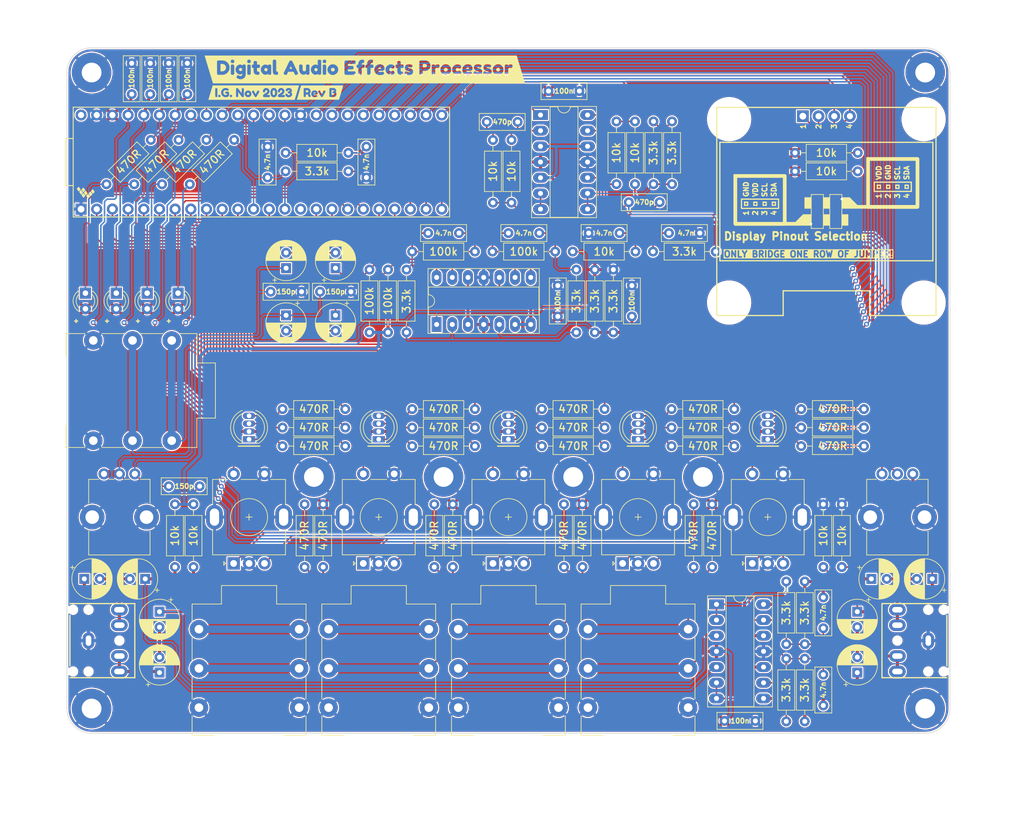
<source format=kicad_pcb>
(kicad_pcb (version 20221018) (generator pcbnew)
  (layers (0 "F.Cu" signal) (31 "B.Cu" signal) (34 "B.Paste" user) (35 "F.Paste" user) (36 "B.SilkS" user "B.Silkscreen") (37 "F.SilkS" user "F.Silkscreen") (38 "B.Mask" user) (39 "F.Mask" user) (44 "Edge.Cuts" user))
  (net 0 "")
  (net 1 "/Line In/LINE_IN_L")
  (net 2 "Net-(C1-Pad2)")
  (net 3 "/Line In/LINE_IN_R")
  (net 4 "Net-(C2-Pad2)")
  (net 5 "Net-(U1B-+)")
  (net 6 "Net-(U1D-+)")
  (net 7 "Net-(C7-Pad2)")
  (net 8 "Net-(U1C-+)")
  (net 9 "Net-(C14-Pad2)")
  (net 10 "/Volume_Mixing_Output/LINE_OUT_L")
  (net 11 "/Volume_Mixing_Output/LINE_OUT_R")
  (net 12 "/Instrument In/INST_IN_L")
  (net 13 "Net-(C11-Pad2)")
  (net 14 "/Instrument In/INST_IN_R")
  (net 15 "Net-(C10-Pad2)")
  (net 16 "Net-(C15-Pad2)")
  (net 17 "/BIAS")
  (net 18 "Net-(C16-Pad2)")
  (net 19 "Net-(C17-Pad2)")
  (net 20 "/Anti-Aliasing Filter/FILT_INST_IN")
  (net 21 "Net-(C12-Pad2)")
  (net 22 "Net-(U2C--)")
  (net 23 "/Reconstruction Filter/EFFECT_RECON")
  (net 24 "+3.3V")
  (net 25 "GND")
  (net 26 "/Effect Channel 3/EXP_IN")
  (net 27 "/Effect Channel 2/EXP_IN")
  (net 28 "/Effect Channel 4/EXP_IN")
  (net 29 "/Effect Channel 1/EXP_IN")
  (net 30 "Net-(D1-RK)")
  (net 31 "Net-(D1-GK)")
  (net 32 "Net-(D2-RK)")
  (net 33 "Net-(D2-GK)")
  (net 34 "Net-(D3-RK)")
  (net 35 "Net-(D3-GK)")
  (net 36 "Net-(D4-RK)")
  (net 37 "Net-(D4-GK)")
  (net 38 "/MCU/LEVEL_0")
  (net 39 "/MCU/LEVEL_1")
  (net 40 "/MCU/LEVEL_2")
  (net 41 "/MCU/LEVEL_3")
  (net 42 "Net-(D9-RK)")
  (net 43 "Net-(D9-GK)")
  (net 44 "/Effect Channel 1/EXP_PWR")
  (net 45 "/Effect Channel 1/EXP_SIG")
  (net 46 "/Effect Channel 2/EXP_PWR")
  (net 47 "/Effect Channel 2/EXP_SIG")
  (net 48 "/Effect Channel 3/EXP_PWR")
  (net 49 "/Effect Channel 3/EXP_SIG")
  (net 50 "/Effect Channel 4/EXP_PWR")
  (net 51 "/Effect Channel 4/EXP_SIG")
  (net 52 "Net-(JP1-C)")
  (net 53 "Net-(JP2-C)")
  (net 54 "Net-(C20-Pad1)")
  (net 55 "/Line In/BUF_LINE_IN_L")
  (net 56 "Net-(C21-Pad1)")
  (net 57 "/Line In/BUF_LINE_IN_R")
  (net 58 "Net-(U3A--)")
  (net 59 "Net-(U3B--)")
  (net 60 "Net-(U2B-+)")
  (net 61 "Net-(U3C--)")
  (net 62 "Net-(U3D--)")
  (net 63 "Net-(U1C--)")
  (net 64 "Net-(C23-Pad1)")
  (net 65 "Net-(U1D--)")
  (net 66 "Net-(C24-Pad1)")
  (net 67 "/Anti-Aliasing Filter/AMP_INST_IN")
  (net 68 "/MCU/EFFECT_RAW")
  (net 69 "Net-(U2D--)")
  (net 70 "/Effect Channel 3/LED_R")
  (net 71 "/Effect Channel 3/LED_G")
  (net 72 "/Effect Channel 3/LED_B")
  (net 73 "Net-(D1-BK)")
  (net 74 "/Effect Channel 2/LED_R")
  (net 75 "/Effect Channel 2/LED_G")
  (net 76 "/Effect Channel 2/LED_B")
  (net 77 "Net-(D2-BK)")
  (net 78 "/Effect Channel 4/LED_R")
  (net 79 "/Effect Channel 4/LED_G")
  (net 80 "/Effect Channel 4/LED_B")
  (net 81 "Net-(D3-BK)")
  (net 82 "/Effect Channel 1/LED_R")
  (net 83 "/Effect Channel 1/LED_G")
  (net 84 "/Effect Channel 1/LED_B")
  (net 85 "Net-(D4-BK)")
  (net 86 "/MCU/LED_R_UI")
  (net 87 "/MCU/LED_G_UI")
  (net 88 "/MCU/LED_B_UI")
  (net 89 "Net-(D9-BK)")
  (net 90 "/MCU/SCL")
  (net 91 "/MCU/SDA")
  (net 92 "/Effect Channel 3/ENC_A")
  (net 93 "/Effect Channel 3/ENC_B")
  (net 94 "/Effect Channel 3/ENC_SW")
  (net 95 "/Effect Channel 2/ENC_A")
  (net 96 "/Effect Channel 2/ENC_B")
  (net 97 "/Effect Channel 2/ENC_SW")
  (net 98 "/Effect Channel 4/ENC_A")
  (net 99 "/Effect Channel 4/ENC_B")
  (net 100 "/Effect Channel 4/ENC_SW")
  (net 101 "/Effect Channel 1/ENC_A")
  (net 102 "/Effect Channel 1/ENC_B")
  (net 103 "/Effect Channel 1/ENC_SW")
  (net 104 "/MCU/ENC_A_UI")
  (net 105 "/MCU/ENC_B_UI")
  (net 106 "/MCU/ENC_SW_UI")
  (net 108 "Net-(D5-K)")
  (net 109 "Net-(D6-K)")
  (net 110 "Net-(D7-K)")
  (net 111 "Net-(D8-K)")
  (net 113 "Net-(U3C-+)")
  (net 114 "Net-(U2A-+)")
  (net 115 "Net-(U1A--)")
  (footprint "MountingHole:MountingHole_3.2mm_M3_Pad" (layer "F.Cu") (at 183.5 106.75)
    (fp_text reference "H8" hide)
    (fp_text value "MountingHole_Pad" hide)
  )
  (footprint "Resistor_THT:R_Axial_DIN0207_L6.3mm_D2.5mm_P10.16mm_Horizontal" (layer "F.Cu") (at 178.5 59.33 90)
    (fp_text reference "R10" hide)
    (fp_text value "3.3k" hide)
  )
  (footprint "kibuzzard-6562A25D" (layer "F.Cu") (at 110.75 44.5)
    (fp_text reference "kibuzzard-6562A25D" hide)
    (fp_text value "G***" hide)
  )
  (footprint "Custom-RLC:CP_Radial_D6.3mm_H12.5_P2.50mm" (layer "F.Cu") (at 220.64738 123.25 180)
    (fp_text reference "C18" hide)
    (fp_text value "100u" hide)
  )
  (footprint "Resistor_THT:R_Axial_DIN0207_L6.3mm_D2.5mm_P10.16mm_Horizontal" (layer "F.Cu") (at 125.58 98.75 180)
    (fp_text reference "R29" hide)
    (fp_text value "470R" hide)
  )
  (footprint "Custom-RLC:CP_Radial_D6.3mm_H12.5_P2.50mm" (layer "F.Cu") (at 116 80.56762 -90)
    (fp_text reference "C8" hide)
    (fp_text value "100u" hide)
  )
  (footprint "Custom-RLC:CP_Radial_D6.3mm_H12.5_P2.50mm" (layer "F.Cu") (at 93.18238 123.25 180)
    (fp_text reference "C4" hide)
    (fp_text value "100u" hide)
  )
  (footprint "Custom-Electromechanical:RotaryEncoder_Alps_EC11E-Switch_Vertical_H20mm" (layer "F.Cu") (at 131 113.25 90)
    (fp_text reference "SW2" hide)
    (fp_text value "EC11" hide)
  )
  (footprint "Resistor_THT:R_Axial_DIN0207_L6.3mm_D2.5mm_P10.16mm_Horizontal" (layer "F.Cu") (at 146.58 70.25 180)
    (fp_text reference "R5" hide)
    (fp_text value "100k" hide)
  )
  (footprint "Resistor_THT:R_Axial_DIN0207_L6.3mm_D2.5mm_P10.16mm_Horizontal" (layer "F.Cu") (at 197 146.33 90)
    (fp_text reference "R12" hide)
    (fp_text value "3.3k" hide)
  )
  (footprint "MountingHole:MountingHole_3.2mm_M3_Pad" (layer "F.Cu") (at 84.5 41.25)
    (fp_text reference "H1" hide)
    (fp_text value "MountingHole_Pad" hide)
  )
  (footprint "Resistor_THT:R_Axial_DIN0207_L6.3mm_D2.5mm_P10.16mm_Horizontal" (layer "F.Cu") (at 200 133.83 90)
    (fp_text reference "R13" hide)
    (fp_text value "3.3k" hide)
  )
  (footprint "Resistor_THT:R_Axial_DIN0207_L6.3mm_D2.5mm_P10.16mm_Horizontal" (layer "F.Cu") (at 94.092103 52.157898 -135)
    (fp_text reference "R50" hide)
    (fp_text value "470R" hide)
  )
  (footprint "Resistor_THT:R_Axial_DIN0207_L6.3mm_D2.5mm_P10.16mm_Horizontal" (layer "F.Cu") (at 126.08 57.25 180)
    (fp_text reference "R20" hide)
    (fp_text value "3.3k" hide)
  )
  (footprint "Resistor_THT:R_Axial_DIN0207_L6.3mm_D2.5mm_P10.16mm_Horizontal" (layer "F.Cu") (at 107.592103 52.157898 -135)
    (fp_text reference "R53" hide)
    (fp_text value "470R" hide)
  )
  (footprint "Custom-RLC:C_Disc_L7.2mm_W2.5mm_H6.6mm_P5.00mm_MODIFIED_1" (layer "F.Cu") (at 171.5 62.25)
    (fp_text reference "C24" hide)
    (fp_text value "470p" hide)
  )
  (footprint "Resistor_THT:R_Axial_DIN0207_L6.3mm_D2.5mm_P10.16mm_Horizontal" (layer "F.Cu") (at 132.5 83.33 90)
    (fp_text reference "R4" hide)
    (fp_text value "100k" hide)
  )
  (footprint "Daughterboards:SH1106_LCD_MODULE" (layer "F.Cu") (at 203.5 63.75)
    (fp_text reference "U5" hide)
    (fp_text value "SH1106" hide)
  )
  (footprint "Resistor_THT:R_Axial_DIN0207_L6.3mm_D2.5mm_P10.16mm_Horizontal" (layer "F.Cu") (at 169 73.17 -90)
    (fp_text reference "R26" hide)
    (fp_text value "3.3k" hide)
  )
  (footprint "Custom-DiscreteSemi:LED_D5.0mm-4_RGB" (layer "F.Cu") (at 194 100.65 90)
    (fp_text reference "D9" hide)
    (fp_text value "RGB" hide)
  )
  (footprint "Resistor_THT:R_Axial_DIN0207_L6.3mm_D2.5mm_P10.16mm_Horizontal" (layer "F.Cu") (at 122 111.17 -90)
    (fp_text reference "R30" hide)
    (fp_text value "470R" hide)
  )
  (footprint "Custom-RLC:C_Disc_L7.2mm_W2.5mm_H6.6mm_P5.00mm_MODIFIED_1" (layer "F.Cu") (at 97 108.25)
    (fp_text reference "C13" hide)
    (fp_text value "150p" hide)
  )
  (footprint "Custom-DiscreteSemi:LED_D5.0mm-4_RGB" (layer "F.Cu") (at 110 100.65 90)
    (fp_text reference "D1" hide)
    (fp_text value "RGB" hide)
  )
  (footprint "Resistor_THT:R_Axial_DIN0207_L6.3mm_D2.5mm_P10.16mm_Horizontal" (layer "F.Cu") (at 146.58 101.75 180)
    (fp_text reference "R32" hide)
    (fp_text value "470R" hide)
  )
  (footprint "Custom-Connector:Jack_6.35mm_Neutrik_NMJ6HFD2_Horizontal" (layer "F.Cu") (at 152 137.75 -90)
    (fp_text reference "J5" hide)
    (fp_text value "NMJ6HFD2" hide)
  )
  (footprint "Resistor_THT:R_Axial_DIN0207_L6.3mm_D2.5mm_P10.16mm_Horizontal" (layer "F.Cu") (at 149.5 62.33 90)
    (fp_text reference "R18" hide)
    (fp_text value "10k" hide)
  )
  (footprint "Resistor_THT:R_Axial_DIN0207_L6.3mm_D2.5mm_P10.16mm_Horizontal" (layer "F.Cu") (at 167.58 101.75 180)
    (fp_text reference "R37" hide)
    (fp_text value "470R" hide)
  )
  (footprint "Resistor_THT:R_Axial_DIN0207_L6.3mm_D2.5mm_P10.16mm_Horizontal" (layer "F.Cu") (at 98.592103 52.157898 -135)
    (fp_text reference "R51" hide)
    (fp_text value "470R" hide)
  )
  (footprint "Custom-Electromechanical:RotaryEncoder_Alps_EC11E-Switch_Vertical_H20mm" (layer "F.Cu") (at 194 113.25 90)
    (fp_text reference "SW5" hide)
    (fp_text value "EC11" hide)
  )
  (footprint "Custom-Electromechanical:RotaryEncoder_Alps_EC11E-Switch_Vertical_H20mm" (layer "F.Cu") (at 110 113.25 90)
    (fp_text reference "SW1" hide)
    (fp_text value "EC11" hide)
  )
  (footprint "Custom-RLC:C_Disc_L7.2mm_W2.5mm_H6.6mm_P5.00mm_MODIFIED_1" (layer "F.Cu") (at 158.5 44.25)
    (fp_text reference "C28" hide)
    (fp_text value "100n" hide)
  )
  (footprint "Resistor_THT:R_Axial_DIN0207_L6.3mm_D2.5mm_P10.16mm_Horizontal" (layer "F.Cu") (at 188.58 98.75 180)
    (fp_text reference "R44" hide)
    (fp_text value "470R" hide)
  )
  (footprint "MountingHole:MountingHole_3.2mm_M3_Pad" (layer "F.Cu") (at 219.5 41.25)
    (fp_text reference "H4" hide)
    (fp_text value "MountingHole_Pad" hide)
  )
  (footprint "Custom-DiscreteSemi:LED_D5.0mm-4_RGB" (layer "F.Cu") (at 131 100.65 90)
    (fp_text reference "D2" hide)
    (fp_text value "RGB" hide)
  )
  (footprint "MountingHole:MountingHole_3.2mm_M3_Pad" (layer "F.Cu") (at 120.5 106.75)
    (fp_text reference "H5" hide)
    (fp_text value "MountingHole_Pad" hide)
  )
  (footprint "Resistor_THT:R_Axial_DIN0207_L6.3mm_D2.5mm_P10.16mm_Horizontal" (layer "F.Cu") (at 143 111.17 -90)
    (fp_text reference "R35" hide)
    (fp_text value "470R" hide)
  )
  (footprint "Resistor_THT:R_Axial_DIN0207_L6.3mm_D2.5mm_P10.16mm_Horizontal" (layer "F.Cu") (at 206 111.17 -90)
    (fp_text reference "R15" hide)
    (fp_text value "10k" hide)
  )
  (footprint "Resistor_THT:R_Axial_DIN0207_L6.3mm_D2.5mm_P10.16mm_Horizontal" (layer "F.Cu") (at 172.5 49.17 -90)
    (fp_text reference "R23" hide)
    (fp_text value "10k" hide)
  )
  (footprint "Custom-DiscreteSemi:LED_D5.0mm-4_RGB" (layer "F.Cu") (at 152 100.65 90)
    (fp_text reference "D3" hide)
    (fp_text value "RGB" hide)
  )
  (footprint "Custom-RLC:C_Disc_L7.2mm_W2.5mm_H6.6mm_P5.00mm_MODIFIED_1" (layer "F.Cu") (at 203 131.25 90)
    (fp_text reference "C14" hide)
    (fp_text value "4.7n" hide)
  )
  (footprint "Resistor_THT:R_Axial_DIN0207_L6.3mm_D2.5mm_P10.16mm_Horizontal" (layer "F.Cu") (at 146.58 98.75 180)
    (fp_text reference "R34" hide)
    (fp_text value "470R" hide)
  )
  (footprint "Custom-RLC:CP_Radial_D6.3mm_H12.5_P2.50mm" (layer "F.Cu") (at 95.5 128.567621 -90)
    (fp_text reference "C3" hide)
    (fp_text value "100u" hide)
  )
  (footprint "Resistor_THT:R_Axial_DIN0207_L6.3mm_D2.5mm_P10.16mm_Horizontal" (layer "F.Cu") (at 101 111.17 -90)
    (fp_text reference "R1" hide)
    (fp_text value "10k" hide)
  )
  (footprint "Custom-Connector:Jack_6.35mm_Neutrik_NMJ6HFD2_Horizontal" (layer "F.Cu") (at 173 137.75 -90)
    (fp_text reference "J6" hide)
    (fp_text value "NMJ6HFD2" hide)
  )
  (footprint "Resistor_THT:R_Axial_DIN0207_L6.3mm_D2.5mm_P10.16mm_Horizontal" (layer "F.Cu") (at 103.092103 52.157898 -135)
    (fp_text reference "R52" hide)
    (fp_text value "470R" hide)
  )
  (footprint "Custom-RLC:CP_Radial_D6.3mm_H12.5_P2.50mm" (layer "F.Cu") (at 208.5 138.432379 90)
    (fp_text reference "C17" hide)
    (fp_text value "100u" hide)
  )
  (footprint "LED_THT:LED_D3.0mm_Clear" (layer "F.Cu") (at 83.5 76.975 -90)
    (fp_text reference "D5" hide)
    (fp_text value "RED" hide)
  )
  (footprint "Custom-RLC:C_Disc_L7.2mm_W2.5mm_H6.6mm_P5.00mm_MODIFIED_1" (layer "F.Cu") (at 118.5 76.75 180)
    (fp_text reference "C5" hide)
    (fp_text value "150p" hide)
  )
  (footprint "Resistor_THT:R_Axial_DIN0207_L6.3mm_D2.5mm_P10.16mm_Horizontal" (layer "F.Cu") (at 125.58 95.75 180)
    (fp_text reference "R28" hide)
    (fp_text value "470R" hide)
  )
  (footprint "Custom-RLC:CP_Radial_D6.3mm_H12.5_P2.50mm" (layer "F.Cu") (at 83.317621 123.25)
    (fp_text reference "C2" hide)
    (fp_text value "100u" hide)
  )
  (footprint "Custom-RLC:CP_Radial_D6.3mm_H12.5_P2.50mm" (layer "F.Cu") (at 95.5 138.43238 90)
    (fp_text reference "C1" hide)
    (fp_text value "100u" hide)
  )
  (footprint "Resistor_THT:R_Axial_DIN0207_L6.3mm_D2.5mm_P10.16mm_Horizontal" (layer "F.Cu") (at 162.42 70.25)
    (fp_text reference "R17" hide)
    (fp_text value "10k" hide)
  )
  (footprint "Resistor_THT:R_Axial_DIN0207_L6.3mm_D2.5mm_P10.16mm_Horizontal" (layer "F.Cu") (at 98 111.17 -90)
    (fp_text reference "R2" hide)
    (fp_text value "10k" hide)
  )
  (footprint "Custom-RLC:C_Disc_L7.2mm_W2.5mm_H6.6mm_P5.00mm_MODIFIED_1" (layer "F.Cu") (at 160 80.75 90)
    (fp_text reference "C29" hide)
    (fp_text value "100n" hide)
  )
  (footprint "kibuzzard-6562A21D" (layer "F.Cu") (at 128.75 40.75)
    (fp_text reference "kibuzzard-6562A21D" hide)
    (fp_text value "G***" hide)
  )
  (footprint "Resistor_THT:R_Axial_DIN0207_L6.3mm_D2.5mm_P10.16mm_Horizontal" (layer "F.Cu") (at 119 111.17 -90)
    (fp_text reference "R31" hide)
    (fp_text value "470R" hide)
  )
  (footprint "Resistor_THT:R_Axial_DIN0207_L6.3mm_D2.5mm_P10.16mm_Horizontal" (layer "F.Cu") (at 161 111.17 -90)
    (fp_text reference "R41" hide)
    (fp_text value "470R" hide)
  )
  (footprint "Resistor_THT:R_Axial_DIN0207_L6.3mm_D2.5mm_P10.16mm_Horizontal" (layer "F.Cu") (at 115.92 54.25)
    (fp_text reference "R21" hide)
    (fp_text value "10k" hide)
  )
  (footprint "Custom-RLC:CP_Radial_D6.3mm_H12.5_P2.50mm" (layer "F.Cu") (at 124 72.93238 90)
    (fp_text reference "C9" hide)
    (fp_text value "100u" hide)
  )
  (footprint "Custom-RLC:CP_Radial_D6.3mm_H12.5_P2.50mm" (layer "F.Cu") (at 124 80.567619 -90)
    (fp_text reference "C10" hide)
    (fp_text value "100u" hide)
  )
  (footprint "Jumper:SolderJumper-3_P2.0mm_Open_TrianglePad1.0x1.5mm" (layer "F.Cu") (at 205 63.75 -90)
    (fp_text reference "JP2" hide)
    (fp_text value "SolderJumper_3_Bridged12" hide)
  )
  (footprint "Daughterboards:Teensy_4_1_Basic_Socket" (layer "F.Cu") (at 112 55.75)
    (fp_text reference "U4" hide)
    (fp_text value "Teensy 4.1")
  )
  (footprint "MountingHole:MountingHole_3.2mm_M3_Pad" (layer "F.Cu") (at 162.5 106.75)
    (fp_text reference "H7" hide)
    (fp_text value "MountingHole_Pad" hide)
  )
  (footprint "MountingHole:MountingHole_3.2mm_M3_Pad" (layer "F.Cu") (at 84.5 144.25)
    (fp_text reference "H2" hide)
    (fp_text value "MountingHole_Pad" hide)
  )
  (footprint "Custom-RLC:C_Disc_L7.2mm_W2.5mm_H6.6mm_P5.00mm_MODIFIED_1" (layer "F.Cu") (at 100 44.75 90)
    (fp_text reference "C30" hide)
    (fp_text value "100n" hide)
  )
  (footprint "Resistor_THT:R_Axial_DIN0207_L6.3mm_D2.5mm_P10.16mm_Horizontal" (layer "F.Cu") (at 209.58 101.75 180)
    (fp_text reference "R47" hide)
    (fp_text value "470R" hide)
  )
  (footprint "Custom-RLC:C_Disc_L7.2mm_W2.5mm_H6.6mm_P5.00mm_MODIFIED_1" (layer "F.Cu") (at 91 44.75 90)
    (fp_text reference "C33" hide)
    (fp_text value "100n" hide)
  )
  (footprint "Resistor_THT:R_Axial_DIN0207_L6.3mm_D2.5mm_P10.16mm_Horizontal" (layer "F.Cu") (at 129.5 83.33 90)
    (fp_text reference "R3" hide)
    (fp_text value "100k" hide)
  )
  (footprint "Custom-RLC:C_Disc_L7.2mm_W2.5mm_H6.6mm_P5.00mm_MODIFIED_1" (layer "F.Cu") (at 203 138.75 -90)
    (fp_text reference "C15" hide)
    (fp_text value "4.7n" hide)
  )
  (footprint "Resistor_THT:R_Axial_DIN0207_L6.3mm_D2.5mm_P10.16mm_Horizontal" (layer "F.Cu") (at 200 136.17 -90)
    (fp_text reference "R14" hide)
    (fp_text value "3.3k" hide)
  )
  (footprint "Custom-RLC:C_Disc_L7.2mm_W2.5mm_H6.6mm_P5.00mm_MODIFIED_1" (layer "F.Cu") (at 178 67.25)
    (fp_text reference "C25" hide)
    (fp_text value "4.7n" hide)
  )
  (footprint "Custom-RLC:C_Disc_L7.2mm_W2.5mm_H6.6mm_P5.00mm_MODIFIED_1" (layer "F.Cu") (at 172 80.75 90)
    (fp_text reference "C27" hide)
    (fp_text value "100n" hide)
  )
  (footprint "Custom-IC:DIP-14_W7.62mm_Socket_LongPads_IC" (layer "F.Cu") (at 157.2 48.125)
    (fp_text reference "U3" hide)
    (fp_text value "MCP6004" hide)
  )
  (footprint "Custom-RLC:C_Disc_L7.2mm_W2.5mm_H6.6mm_P5.00mm_MODIFIED_1" (layer "F.Cu") (at 170 67.25 180)
    (fp_text reference "C20" hide)
    (fp_text value "4.7n" hide)
  )
  (footprint "Resistor_THT:R_Axial_DIN0207_L6.3mm_D2.5mm_P10.16mm_Horizontal" (layer "F.Cu") (at 167.58 98.75 180)
    (fp_text reference "R39" hide)
    (fp_text value "470R" hide)
  )
  (footprint "LED_THT:LED_D3.0mm_Clear" (layer "F.Cu") (at 88.5 76.975 -90)
    (fp_text reference "D6" hide)
    (fp_text value "WHITE" hide)
  )
  (footprint "Resistor_THT:R_Axial_DIN0207_L6.3mm_D2.5mm_P10.16mm_Horizontal" (layer "F.Cu") (at 198.42 54.25)
    (fp_text reference "R55" hide)
    (fp_text value "10k" hide)
  )
  (footprint "Custom-RLC:C_Disc_L7.2mm_W2.5mm_H6.6mm_P5.00mm_MODIFIED_1" (layer "F.Cu") (at 152 67.25)
    (fp_text reference "C12" hide)
    (fp_text value "4.7n" hide)
  )
  (footprint "Resistor_THT:R_Axial_DIN0207_L6.3mm_D2.5mm_P10.16mm_Horizontal" (layer "F.Cu") (at 135.5 73.17 -90)
    (fp_text reference "R7" hide)
    (fp_text value "3.3k" hide)
  )
  (footprint "MountingHole:MountingHole_3.2mm_M3_Pad" (layer "F.Cu") (at 141.5 106.75)
    (fp_text reference "H6" hide)
    (fp_text value "MountingHole_Pad" hide)
  )
  (footprint "Custom-RLC:C_Disc_L7.2mm_W2.5mm_H6.6mm_P5.00mm_MODIFIED_1" (layer "F.Cu") (at 97 44.75 90)
    (fp_text reference "C31" hide)
    (fp_text value "100n" hide)
  )
  (footprint "Resistor_THT:R_Axial_DIN0207_L6.3mm_D2.5mm_P10.16mm_Horizontal" (layer "F.Cu") (at 164 111.17 -90)
    (fp_text reference "R40" hide)
    (fp_text value "470R" hide)
  )
  (footprint "Resistor_THT:R_Axial_DIN0207_L6.3mm_D2.5mm_P10.16mm_Horizontal" (layer "F.Cu") (at 125.58 101.75 180)
    (fp_text reference "R27" hide)
    (fp_text value "470R" hide)
  )
  (footprint "Resistor_THT:R_Axial_DIN0207_L6.3mm_D2.5mm_P10.16mm_Horizontal" (layer "F.Cu") (at 209.58 98.75 180)
    (fp_text reference "R49" hide)
    (fp_text value "470R" hide)
  )
  (footprint "Custom-IC:DIP-14_W7.62mm_Socket_LongPads_IC" (layer "F.Cu") (at 185.7 127.375)
    (fp_text reference "U2" hide)
    (fp_text value "MCP6004" hide)
  )
  (footprint "Custom-RLC:CP_Radial_D6.3mm_H12.5_P2.50mm" (layer "F.Cu") (at 116 72.93238 90)
    (fp_text reference "C7" hide)
    (fp_text value "100u" hide)
  )
  (footprint "Custom-Electromechanical:Potentiometer_Bourns_PTV09A-1_Single_Vertical" (layer "F.Cu") (at 215 113.25 -90)
    (fp_text reference "RV2" hide)
    (fp_text value "100k Log" hide)
  )
  (footprint "Custom-RLC:C_Disc_L7.2mm_W2.5mm_H6.6mm_P5.00mm_MODIFIED_1" (layer "F.Cu") (at 113 58.25 90)
    (fp_text reference "C22" hide)
    (fp_text value "4.7n" hide)
  )
  (footprint "Resistor_THT:R_Axial_DIN0207_L6.3mm_D2.5mm_P10.16mm_Horizontal" (layer "F.Cu") (at 163 73.17 -90)
    (fp_text reference "R8" hide)
    (fp_text value "3.3k" hide)
  )
  (footprint "Custom-RLC:C_Disc_L7.2mm_W2.5mm_H6.6mm_P5.00mm_MODIFIED_1" (layer "F.Cu") (at 187 146.25)
    (fp_text reference "C26" hide)
    (fp_text value "100n" hide)
  )
  (footprint "Custom-Electromechanical:RotaryEncoder_Alps_EC11E-Switch_Vertical_H20mm" (layer "F.Cu") (at 152 113.25 90)
    (fp_text reference "SW3" hide)
    (fp_text value "EC11" hide)
  )
  (footprint "Resistor_THT:R_Axial_DIN0207_L6.3mm_D2.5mm_P10.16mm_Horizontal" (layer "F.Cu") (at 197 123.67 -90)
    (fp_text reference "R9" hide)
    (fp_text value "3.3k" hide)
  )
  (footprint "Resistor_THT:R_Axial_DIN0207_L6.3mm_D2.5mm_P10.16mm_Horizontal" (layer "F.Cu") (at 175.5 59.33 90)
    (fp_text reference "R11" hide)
    (fp_text value "3.3k" hide)
  )
  (footprint "kibuzzard-65713D98" (layer "F.Cu") (at 121.5 44.5)
    (fp_text reference "kibuzzard-65713D98" hide)
    (fp_text value "G***" hide)
  )
  (footprint "Resistor_THT:R_Axial_DIN0207_L6.3mm_D2.5mm_P10.16mm_Horizontal" (layer "F.Cu") (at 188.58 101.75 180)
    (fp_text reference "R42" hide)
    (fp_text value "470R" hide)
  )
  (footprint "MountingHole:MountingHole_3.2mm_M3_Pad" (layer "F.Cu") (at 219.5 144.25)
    (fp_text reference "H3" hide)
    (fp_text value "MountingHole_Pad" hide)
  )
  (footprint "Custom-Connector:PJ-307" (layer "F.Cu") (at 217 133.25 180)
    (fp_text reference "J7" hide)
    (fp_text value "SJ1-3525N" hide)
  )
  (footprint "Resistor_THT:R_Axial_DIN0207_L6.3mm_D2.5mm_P10.16mm_Horizontal" (layer "F.Cu") (at 188.58 95.75 180)
    (fp_text reference "R43" hide)
    (fp_text value "470R" hide)
  )
  (footprint "Custom-RLC:C_Disc_L7.2mm_W2.5mm_H6.6mm_P5.00mm_MODIFIED_1" (layer "F.Cu") (at 148.5 49.25)
    (fp_text reference "C21" hide)
    (fp_text value "470p" hide)
  )
  (footprint "Resistor_THT:R_Axial_DIN0207_L6.3mm_D2.5mm_P10.16mm_Horizontal" (layer "F.Cu") (at 146.58 95.75 180)
    (fp_text reference "R33" hide)
    (fp_text value "470R" hide)
  )
  (footprint "Resistor_THT:R_Axial_DIN0207_L6.3mm_D2.5mm_P10.16mm_Horizontal" (layer "F.Cu") (at 198.42 57.25)
    (fp_text reference "R54" hide)
    (fp_text value "10k" hide)
  )
  (footprint "Resistor_THT:R_Axial_DIN0207_L6.3mm_D2.5mm_P10.16mm_Horizontal" (layer "F.Cu") (at 149.42 70.25)
    (fp_text reference "R6" hide)
    (fp_text value "100k" hide)
  )
  (footprint "Custom-IC:DIP-14_W7.62mm_Socket_LongPads_IC" (layer "F.Cu") (at 140.375 82.05 90)
    (fp_text reference "U1" hide)
    (fp_text value "MCP6004" hide)
  )
  (footprint "Custom-DiscreteSemi:LED_D5.0mm-4_RGB" (layer "F.Cu") (at 173 100.65 90)
    (fp_text reference "D4" hide)
    (fp_text value "RGB" hide)
  )
  (footprint "Custom-Connector:Jack_6.35mm_Neutrik_NMJ6HFD2_Horizontal" (layer "F.Cu") (at 110 137.75 -90)
    (fp_text reference "J3" hide)
    (fp_text value "NMJ6HFD2" hide)
  )
  (footprint "Resistor_THT:R_Axial_DIN0207_L6.3mm_D2.5mm_P10.16mm_Horizontal" (layer "F.Cu") (at 152.5 62.33 90)
    (fp_text reference "R19" hide)
    (fp_text value "10k" hide)
  )
  (footprint "Resistor_THT:R_Axial_DIN0207_L6.3mm_D2.5mm_P10.16mm_Horizontal" (layer "F.Cu") (at 167.58 95.75 180)
    (fp_text reference "R38" hide)
    (fp_text value "470R" hide)
  )
  (footprint "Resistor_THT:R_Axial_DIN0207_L6.3mm_D2.5mm_P10.16mm_Horizontal" (layer "F.Cu") (at 140 111.17 -90)
    (fp_text reference "R36" hide)
    (fp_text value "470R" hide)
  )
  (footprint "Custom-Connector:PJ-307" (layer "F.Cu") (at 87 133.25)
    (fp_text reference "J1" hide)
    (fp_text value "SJ1-3525N" hide)
  )
  (footprint "Resistor_THT:R_Axial_DIN0207_L6.3mm_D2.5mm_P10.16mm_Horizontal" (layer "F.Cu") (at 169.5 49.17 -90)
    (fp_text reference "R22" hide)
    (fp_text value "10k" hide)
  )
  (footprint "Custom-Electromechanical:RotaryEncoder_Alps_EC11E-Switch_Vertical_H20mm" (layer "F.Cu") (at 173 113.25 90)
    (fp_text reference "SW4" hide)
    (fp_text value "EC11" hide)
  )
  (footprint "LED_THT:LED_D3.0mm_Clear" (layer "F.Cu") (at 93.5 76.975 -90)
    (fp_text reference "D7" hide)
    (fp_text value "WHITE" hide)
  )
  (footprint "Custom-RLC:C_Disc_L7.2mm_W2.5mm_H6.6mm_P5.00mm_MODIFIED_1" (layer "F.Cu") (at 144 67.25 180)
    (fp_text reference "C11" hide)
    (fp_text value "4.7n" hide)
  )
  (footprint "Custom-RLC:CP_Radial_D6.3mm_H12.5_P2.50mm" (layer "F.Cu") (at 208.5 128.56762 -90)
    (fp_text reference "C19" hide)
    (fp_text value "100u" hide)
  )
  (footprint "Resistor_THT:R_Axial_DIN0207_L6.3mm_D2.5mm_P10.16mm_Horizontal" (layer "F.Cu") (at 166 83.33 90)
    (fp_text reference "R25" hide)
    (fp_text value "3.3k" hide)
  )
  (footprint "Resistor_THT:R_Axial_DIN0207_L6.3mm_D2.5mm_P10.16mm_Horizontal" (layer "F.Cu") (at 209.58 95.75 180)
    (fp_text reference "R48" hide)
    (fp_text value "470R" hide)
  )
  (footprint "Custom-Connector:Jack_6.35mm_Neutrik_NMJ6HFD2_Horizontal" (layer "F.Cu") (at 91.125 92.75 180)
    (fp_text reference "J2" hide)
    (fp_text value "NMJ6HFD2" hide)
  )
  (footprint "LED_THT:LED_D3.0mm_Clear" (layer "F.Cu") (at 98.5 76.975 -90)
    (fp_text reference "D8" hide)
    (fp_text value "WHITE" hide)
  )
  (footprint "Custom-RLC:CP_Radial_D6.3mm_H12.5_P2.50mm" (layer "F.Cu") (at 210.782621 123.25)
    (fp_text reference "C16" hide)
    (fp_text value "100u" hide)
  )
  (footprint "Custom-RLC:C_Disc_L7.2mm_W2.5mm_H6.6mm_P5.00mm_MODIFIED_1" (layer "F.Cu") (at 129 53.25 -90)
    (fp_text reference "C23" hide)
    (fp_text value "4.7n" hide)
  )
  (footprint "Resistor_THT:R_Axial_DIN0207_L6.3mm_D2.5mm_P10.16mm_Horizontal" (layer "F.Cu") (at 182 111.17 -90)
    (fp_text reference "R46" hide)
    (fp_text value "470R" hide)
  )
  (footprint "Resistor_THT:R_Axial_DIN0207_L6.3mm_D2.5mm_P10.16mm_Horizontal" (layer "F.Cu") (at 185 111.17 -90)
    (fp_text reference "R45" hide)
    (fp_text value "470R" hide)
  )
  (footprint "Resistor_THT:R_Axial_DIN0207_L6.3mm_D2.5mm_P10.16mm_Horizontal" (layer "F.Cu") (at 203 111.17 -90)
    (fp_text reference "R16" hide)
    (fp_text value "10k" hide)
  )
  (footprint "Jumper:SolderJumper-3_P2.0mm_Open_TrianglePad1.0x1.5mm" (layer "F.Cu") (at 202 63.75 -90)
    (fp_text reference "JP1" hide)
    (fp_text value "SolderJumper_3_Bridged12" hide)
  )
  (footprint "Resistor_THT:R_Axial_DIN0207_L6.3mm_D2.5mm_P10.16mm_Horizontal" (layer "F.Cu") (at 185.58 70.25 180)
    (fp_text reference "R24" hide)
    (fp_text value "3.3k" hide)
  )
  (footprint "Custom-RLC:C_Disc_L7.2mm_W2.5mm_H6.6mm_P5.00mm_MODIFIED_1" (layer "F.Cu") (at 126.5 76.75 180)
    (fp_text reference "C6" hide)
    (fp_text value "150p" hide)
  )
  (footprint "Custom-RLC:C_Disc_L7.2mm_W2.5mm_H6.6mm_P5.00mm_MODIFIED_1" (layer "F.Cu") (at 94 44.75 90)
    (fp_text reference "C32" hide)
    (fp_text value "100n" hide)
  )
  (footprint "Custom-Electromechanical:Potentiometer_Bourns_PTV09A-1_Single_Vertical" (layer "F.Cu") (at 89 113.25 -90)
    (fp_text reference "RV1" hide)
    (fp_text value "100k Log" hide)
  )
  (footprint "Custom-Connector:Jack_6.35mm_Neutrik_NMJ6HFD2_Horizontal" (layer "F.Cu") (at 131 137.75 -90)
    (fp_text reference "J4" hide)
    (fp_text value "NMJ6HFD2" hide)
  )
  (gr_line (start 216.5 59.5) (end 216.25 59.5) (stroke (width 0.2)) (layer "F.SilkS"))
  (gr_line (start 190.75 62.25) (end 190.75 62.75) (stroke (width 0.2)) (layer "F.SilkS"))
  (gr_poly (pts (xy 206 63.25) (xy 218.25 63.25) (xy 218.25 62.75) (xy 208.5 62.75) (xy 207.25 61.5) (xy 206 61.5)) (stroke (width 0.1)) (fill solid) (layer "F.SilkS"))
  (gr_line (start 212.25 60) (end 211.75 60) (stroke (width 0.2)) (layer "F.SilkS"))
  (gr_line (start 193.5 62.25) (end 193.25 62.25) (stroke (width 0.2)) (layer "F.SilkS"))
  (gr_line (start 214.75 60) (end 214.75 59.5) (stroke (width 0.2)) (layer "F.SilkS"))
  (gr_line (start 191.75 62.75) (end 191.75 62.25) (stroke (width 0.2)) (layer "F.SilkS"))
  (gr_line (start 171.25 101.75) (end 174.75 101.75) (stroke (width 0.2)) (layer "F.SilkS"))
  (gr_line (start 190.75 62.75) (end 190.25 62.75) (stroke (width 0.2)) (layer "F.SilkS"))
  (gr_line (start 193.75 62.25) (end 193.75 62.75) (stroke (width 0.2)) (layer "F.SilkS"))
  (gr_rect (start 210.25 55.25) (end 218.25 63) (stroke (width 0.6)) (fill none) (layer "F.SilkS"))
  (gr_line (start 194.75 62.25) (end 195.25 62.25) (stroke (width 0.2)) (layer "F.SilkS"))
  (gr_line (start 213.25 60) (end 213.25 59.5) (stroke (width 0.2)) (layer "F.SilkS"))
  (gr_line (start 213.75 60) (end 213.25 60) (stroke (width 0.2)) (layer "F.SilkS"))
  (gr_rect (start 203 64.25) (end 204 66) (stroke (width 0.1)) (fill solid) (layer "F.SilkS"))
  (gr_line (start 82 81.25) (end 82 81.75) (stroke (width 0.2)) (layer "F.SilkS"))
  (gr_rect (start 206 64.25) (end 207 66) (stroke (width 0.1)) (fill solid) (layer "F.SilkS"))
  (gr_line (start 96.75 81.5) (end 97.25 81.5) (stroke (width 0.2)) (layer "F.SilkS"))
  (gr_poly (pts (xy 201 66) (xy 188.75 66) (xy 188.75 65.5) (xy 198.5 65.5) (xy 199.75 64.25) (xy 201 64.25)) (stroke (width 0.1)) (fill solid) (layer "F.SilkS"))
  (gr_line (start 97 81.25) (end 97 81.75) (stroke (width 0.2)) (layer "F.SilkS"))
  (gr_line (start 215.25 59.5) (end 215.25 60) (stroke (width 0.2)) (layer "F.SilkS"))
  (gr_line (start 214.75 59.5) (end 215.25 59.5) (stroke (width 0.2)) (layer "F.SilkS"))
  (gr_line (start 193.25 62.25) (end 193.75 62.25) (stroke (width 0.2)) (layer "F.SilkS"))
  (gr_line (start 213.25 59.5) (end 213.75 59.5) (stroke (width 0.2)) (layer "F.SilkS"))
  (gr_line (start 86.75 81.5) (end 87.25 81.5) (stroke (width 0.2)) (layer "F.SilkS"))
  (gr_line (start 192.25 62.75) (end 191.75 62.75) (stroke (width 0.2)) (layer "F.SilkS"))
  (gr_rect (start 188.75 58) (end 196.75 65.75) (stroke (width 0.6)) (fill none) (layer "F.SilkS"))
  (gr_line (start 215 59.5) (end 214.75 59.5) (stroke (width 0.2)) (layer "F.SilkS"))
  (gr_rect (start 200 61.5) (end 201 63.25) (stroke (width 0.1)) (fill solid) (layer "F.SilkS"))
  (gr_line (start 216.75 59.5) (end 216.75 60) (stroke (width 0.2)) (layer "F.SilkS"))
  (gr_line (start 192.25 101.75) (end 195.75 101.75) (stroke (width 0.2)) (layer "F.SilkS"))
  (gr_line (start 194.75 62.75) (end 194.75 62.25) (stroke (width 0.2)) (layer "F.SilkS"))
  (gr_line (start 211.75 60) (end 211.75 59.5) (stroke (width 0.2)) (layer "F.SilkS"))
  (gr_line (start 129.25 101.75) (end 132.75 101.75) (stroke (width 0.2)) (layer "F.SilkS"))
  (gr_rect (start 203 61.5) (end 204 63.25) (stroke (width 0.1)) (fill solid) (layer "F.SilkS"))
  (gr_rect (start 211.25 59) (end 217.25 60.5) (stroke (width 0.2)) (fill none) (layer "F.SilkS"))
  (gr_line (start 216.25 59.5) (end 216.75 59.5) (stroke (width 0.2)) (layer "F.SilkS"))
  (gr_line (start 190.5 62.25) (end 190.25 62.25) (stroke (width 0.2)) (layer "F.SilkS"))
  (gr_line (start 92 81.25) (end 92 81.75) (stroke (width 0.2)) (layer "F.SilkS"))
  (gr_line (start 190.25 62.75) (end 190.25 62.25) (stroke (width 0.2)) (layer "F.SilkS"))
  (gr_line (start 192 62.25) (end 191.75 62.25) (stroke (width 0.2)) (layer "F.SilkS"))
  (gr_line (start 212 59.5) (end 211.75 59.5) (stroke (width 0.2)) (layer "F.SilkS"))
  (gr_line (start 195 62.25) (end 194.75 62.25) (stroke (width 0.2)) (layer "F.SilkS"))
  (gr_line (start 213.5 59.5) (end 213.25 59.5) (stroke (width 0.2)) (layer "F.SilkS"))
  (gr_line (start 212.25 59.5) (end 212.25 60) (stroke (width 0.2)) (layer "F.SilkS"))
  (gr_line (start 87 81.25) (end 87 81.75) (stroke (width 0.2)) (layer "F.SilkS"))
  (gr_line (start 150.25 101.75) (end 153.75 101.75) (stroke (width 0.2)) (layer "F.SilkS"))
  (gr_line (start 190.25 62.25) (end 190.75 62.25) (stroke (width 0.2)) (layer "F.SilkS"))
  (gr_line (start 108.25 101.75) (end 111.75 101.75) (stroke (width 0.2)) (layer "F.SilkS"))
  (gr_line (start 195.25 62.75) (end 194.75 62.75) (stroke (width 0.2)) (layer "F.SilkS"))
  (gr_line (start 193.25 62.75) (end 193.25 62.25) (stroke (width 0.2)) (layer "F.SilkS"))
  (gr_rect (start 189.75 61.75) (end 195.75 63.25) (stroke (width 0.2)) (fill none) (layer "F.SilkS"))
  (gr_line (start 192.25 62.25) (end 192.25 62.75) (stroke (width 0.2)) (layer "F.SilkS"))
  (gr_line (start 81.75 81.5) (end 82.25 81.5) (stroke (width 0.2)) (layer "F.SilkS"))
  (gr_line (start 215.25 60) (end 214.75 60) (stroke (width 0.2)) (layer "F.SilkS"))
  (gr_line (start 193.75 62.75) (end 193.25 62.75) (stroke (width 0.2)) (layer "F.SilkS"))
  (gr_line (start 216.75 60) (end 216.25 60) (stroke (width 0.2)) (layer "F.SilkS"))
  (gr_line (start 211.75 59.5) (end 212.25 59.5) (stroke (width 0.2)) (layer "F.SilkS"))
  (gr_line (start 191.75 62.25) (end 192.25 62.25) (stroke (width 0.2)) (layer "F.SilkS"))
  (gr_line (start 91.75 81.5) (end 92.25 81.5) (stroke (width 0.2)) (layer "F.SilkS"))
  (gr_line (start 213.75 59.5) (end 213.75 60) (stroke (width 0.2)) (layer "F.SilkS"))
  (gr_line (start 195.25 62.25) (end 195.25 62.75) (stroke (width 0.2)) (layer "F.SilkS"))
  (gr_line (start 216.25 60) (end 216.25 59.5) (stroke (width 0.2)) (layer "F.SilkS"))
  (gr_arc (start 219.5 37.25) (mid 222.328427 38.421573) (end 223.5 41.25) (stroke (width 0.1)) (layer "Edge.Cuts"))
  (gr_line (start 223.5 144.25) (end 223.5 41.25) (stroke (width 0.1)) (layer "Edge.Cuts"))
  (gr_arc (start 84.5 148.25) (mid 81.671573 147.078427) (end 80.5 144.25) (stroke (width 0.1)) (layer "Edge.Cuts"))
  (gr_arc (start 223.5 144.25) (mid 222.328427 147.078427) (end 219.5 148.25) (stroke (width 0.1)) (layer "Edge.Cuts"))
  (gr_line (start 219.5 37.25) (end 84.5 37.25) (stroke (width 0.1)) (layer "Edge.Cuts"))
  (gr_line (start 80.5 41.25) (end 80.5 144.25) (stroke (width 0.1)) (layer "Edge.Cuts"))
  (gr_line (start 84.5 148.25) (end 219.5 148.25) (stroke (width 0.1)) (layer "Edge.Cuts"))
  (gr_arc (start 80.5 41.25) (mid 81.671573 38.421573) (end 84.5 37.25) (stroke (width 0.1)) (layer "Edge.Cuts"))
  (gr_text "470R" (at 162.5 101.75) (layer "F.SilkS") (effects (font (size 1.25 1.25) (thickness 0.2) bold)))
  (gr_text "10k" (at 203 116.25 90) (layer "F.SilkS") (effects (font (size 1.25 1.25) (thickness 0.2) bold)))
  (gr_text "10k" (at 149.5 57.25 90) (layer "F.SilkS") (effects (font (size 1.25 1.25) (thickness 0.2) bold)))
  (gr_text "100n" (at 189.5 146.25) (layer "F.SilkS") (effects (font (size 0.8 0.8) (thickness 0.1875) bold)))
  (gr_text "470R" (at 140 116.25 90) (layer "F.SilkS") (effects (font (size 1.25 1.25) (thickness 0.2) bold)))
  (gr_text "SCL" (at 215 58.75 90) (layer "F.SilkS") (effects (font (size 0.8 0.8) (thickness 0.2) bold) (justify left)))
  (gr_text "470R" (at 183.5 101.75) (layer "F.SilkS") (effects (font (size 1.25 1.25) (thickness 0.2) bold)))
  (gr_text "470R" (at 204.5 95.75) (layer "F.SilkS") (effects (font (size 1.25 1.25) (thickness 0.2) bold)))
  (gr_text "3.3k" (at 200 128.75 90) (layer "F.SilkS") (effects (font (size 1.25 1.25) (thickness 0.2) bold)))
  (gr_text "1" (at 199.75 50.5 90) (layer "F.SilkS") (effects (font (size 0.8 0.8) (thickness 0.2) bold) (justify left)))
  (gr_text "3.3k" (at 163 78.25 90) (layer "F.SilkS") (effects (font (size 1.25 1.25) (thickness 0.2) bold)))
  (gr_text "4" (at 216.5 61.75 90) (layer "F.SilkS") (effects (font (size 0.8 0.8) (thickness 0.2) bold) (justify left)))
  (gr_text "4.7n" (at 129 55.75 90) (layer "F.SilkS") (effects (font (size 0.8 0.8) (thickness 0.1875) bold)))
  (gr_text "100n" (at 91 42.25 90) (layer "F.SilkS") (effects (font (size 0.8 0.8) (thickness 0.1875) bold)))
  (gr_text "4" (at 195 64.5 90) (layer "F.SilkS") (effects (font (size 0.8 0.8) (thickness 0.2) bold) (justify left)))
  (gr_text "100k" (at 154.5 70.25) (layer "F.SilkS") (effects (font (size 1.25 1.25) (thickness 0.2) bold)))
  (gr_text "4.7n" (at 113 55.75 90) (layer "F.SilkS") (effects (font (size 0.8 0.8) (thickness 0.1875) bold)))
  (gr_text "2" (at 192 64.5 90) (layer "F.SilkS") (effects (font (size 0.8 0.8) (thickness 0.2) bold) (justify left)))
  (gr_text "150p" (at 99.5 108.25) (layer "F.SilkS") (effects (font (size 0.8 0.8) (thickness 0.1875) bold)))
  (gr_text "4.7n" (at 203 128.75 90) (layer "F.SilkS") (effects (font (size 0.8 0.8) (thickness 0.1875) bold)))
  (gr_text "100k" (at 141.5 70.25) (layer "F.SilkS") (effects (font (size 1.25 1.25) (thickness 0.2) bold)))
  (gr_text "SDA" (at 195 61.5 90) (layer "F.SilkS") (effects (font (size 0.8 0.8) (thickness 0.2) bold) (justify left)))
  (gr_text "470R" (at 141.5 101.75) (layer "F.SilkS") (effects (font (size 1.25 1.25) (thickness 0.2) bold)))
  (gr_text "470R" (at 99.5 55.75 45) (layer "F.SilkS") (effects (font (size 1.25 1.25) (thickness 0.2) bold)))
  (gr_text "Display Pinout Selection" (at 186.75 68.5) (layer "F.SilkS") (effects (font (size 1.25 1.25) (thickness 0.3) bold) (justify left bottom)))
  (gr_text "470p" (at 174 62.25) (layer "F.SilkS") (effects (font (size 0.8 0.8) (thickness 0.1875) bold)))
  (gr_text "100n" (at 160 78.25 90) (layer "F.SilkS") (effects (font (size 0.8 0.8) (thickness 0.1875) bold)))
  (gr_text "1" (at 190.5 64.5 90) (layer "F.SilkS") (effects (font (size 0.8 0.8) (thickness 0.2) bold) (justify left)))
  (gr_text "3.3k" (at 166 78.25 90) (layer "F.SilkS") (effects (font (size 1.25 1.25) (thickness 0.2) bold)))
  (gr_text "470R" (at 90.5 55.75 45) (layer "F.SilkS") (effects (font (size 1.25 1.25) (thickness 0.2) bold)))
  (gr_text "470p" (at 151 49.25) (layer "F.SilkS") (effects (font (size 0.8 0.8) (thickness 0.1875) bold)))
  (gr_text "10k" (at 203.5 54.25) (layer "F.SilkS") (effects (font (size 1.25 1.25) (thickness 0.2) bold)))
  (gr_text "4.7n" (at 141.5 67.25) (layer "F.SilkS") (effects (font (size 0.8 0.8) (thickness 0.1875) bold)))
  (gr_text "470R" (at 161 116.25 90) (layer "F.SilkS") (effects (font (size 1.25 1.25) (thickness 0.2) bold)))
  (gr_text "10k" (at 152.5 57.25 90) (layer "F.SilkS") (effects (font (size 1.25 1.25) (thickness 0.2) bold)))
  (gr_text "3.3k" (at 178.5 54.25 90) (layer "F.SilkS") (effects (font (size 1.25 1.25) (thickness 0.2) bold)))
  (gr_text "10k" (at 98 116.25 90) (layer "F.SilkS") (effects (font (size 1.25 1.25) (thickness 0.2) bold)))
  (gr_text "SDA" (at 216.5 58.75 90) (layer "F.SilkS") (effects (font (size 0.8 0.8) (thickness 0.2) bold) (justify left)))
  (gr_text "470R" (at 162.5 95.75) (layer "F.SilkS") (effects (font (size 1.25 1.25) (thickness 0.2) bold)))
  (gr_text "ONLY BRIDGE ONE ROW OF JUMPER!" (at 186.75 71.25) (layer "F.SilkS" knockout) (effects (font (size 1 1) (thickness 0.25) bold) (justify left bottom)))
  (gr_text "1" (at 212 61.75 90) (layer "F.SilkS") (effects (font (size 0.8 0.8) (thickness 0.2) bold) (justify left)))
  (gr_text "3" (at 215 61.75 90) (layer "F.SilkS") (effects (font (size 0.8 0.8) (thickness 0.2) bold) (justify left)))
  (gr_text "470R" (at 185 116.25 90) (layer "F.SilkS") (effects (font (size 1.25 1.25) (thickness 0.2) bold)))
  (gr_text "470R" (at 120.5 98.75) (layer "F.SilkS") (effects (font (size 1.25 1.25) (thickness 0.2) bold)))
  (gr_text "470R" (at 141.5 98.75) (layer "F.SilkS") (effects (font (size 1.25 1.25) (thickness 0.2) bold)))
  (gr_text "3.3k" (at 197 128.75 90) (layer "F.SilkS") (effects (font (size 1.25 1.25) (thickness 0.2) bold)))
  (gr_text "10k" (at 203.5 57.25) (layer "F.SilkS") (effects (font (size 1.25 1.25) (thickness 0.2) bold)))
  (gr_text "10k" (at 167.5 70.25) (layer "F.SilkS") (effects (font (size 1.25 1.25) (thickness 0.2) bold)))
  (gr_text "2" (at 202.25 50.5 90) (layer "F.SilkS") (effects (font (size 0.8 0.8) (thickness 0.2) bold) (justify left)))
  (gr_text "470R" (at 119 116.25 90) (layer "F.SilkS") (effects (font (size 1.25 1.25) (thickness 0.2) bold)))
  (gr_text "3.3k" (at 169 78.25 90) (layer "F.SilkS") (effects (font (size 1.25 1.25) (thickness 0.2) bold)))
  (gr_text "10k" (at 169.5 54.25 90) (layer "F.SilkS") (effects (font (size 1.25 1.25) (thickness 0.2) bold)))
  (gr_text "470R" (at 143 116.25 90) (layer "F.SilkS") (effects (font (size 1.25 1.25) (thickness 0.2) bold)))
  (gr_text "470R" (at 120.5 101.75) (layer "F.SilkS") (effects (font (size 1.25 1.25) (thickness 0.2) bold)))
  (gr_text "470R" (at 104 55.75 45) (layer "F.SilkS") (effects (font (size 1.25 1.25) (thickness 0.2) bold)))
  (gr_text "3.3k" (at 197 141.25 90) (layer "F.SilkS") (effects (font (size 1.25 1.25) (thickness 0.2) bold)))
  (gr_text "4" (at 207.25 50.5 90) (layer "F.SilkS") (effects (font (size 0.8 0.8) (thickness 0.2) bold) (justify left)))
  (gr_text "470R" (at 183.5 98.75) (layer "F.SilkS") (effects (font (size 1.25 1.25) (thickness 0.2) bold)))
  (gr_text "GND" (at 190.5 61.5 90) (layer "F.SilkS") (effects (font (size 0.8 0.8) (thickness 0.2) bold) (justify left)))
  (gr_text "470R" (at 204.5 98.75) (layer "F.SilkS") (effects (font (size 1.25 1.25) (thickness 0.2) bold)))
  (gr_text "3.3k" (at 121 57.25) (layer "F.SilkS") (effects (font (size 1.25 1.25) (thickness 0.2) bold)))
  (gr_text "100n" (at 97 42.25 90) (layer "F.SilkS") (effects (font (size 0.8 0.8) (thickness 0.1875) bold)))
  (gr_text "10k" (at 101 116.25 90) (layer "F.SilkS") (effects (font (size 1.25 1.25) (thickness 0.2) bold)))
  (gr_text "SCL" (at 193.5 61.5 90) (layer "F.SilkS") (effects (font (size 0.8 0.8) (thickness 0.2) bold) (justify left)))
  (gr_text "4.7n" (at 167.5 67.25) (layer "F.SilkS") (effects (font (size 0.8 0.8) (thickness 0.1875) bold)))
  (gr_text "3.3k" (at 175.5 54.25 90) (layer "F.SilkS") (effects (font (size 1.25 1.25) (thickness 0.2) bold)))
  (gr_text "150p" (at 124 76.75) (layer "F.SilkS") (effects (font (size 0.8 0.8) (thickness 0.1875) bold)))
  (gr_text "VDD" (at 192 61.5 90) (layer "F.SilkS") (effects (font (size 0.8 0.8) (thickness 0.2) bold) (justify left)))
  (gr_text "470R" (at 120.5 95.75) (layer "F.SilkS") (effects (font (size 1.25 1.25) (thickness 0.2) bold)))
  (gr_text "470R" (at 162.5 98.75) (layer "F.SilkS") (effects (font (size 1.25 1.25) (thickness 0.2) bold)))
  (gr_text "470R" (at 204.5 101.75) (layer "F.SilkS") (effects (font (size 1.25 1.25) (thickness 0.2) bold)))
  (gr_text "100n" (at 161 44.25) (layer "F.SilkS") (effects (font (size 0.8 0.8) (thickness 0.1875) bold)))
  (gr_text "2" (at 213.5 61.75 90) (layer "F.SilkS") (effects (font (size 0.8 0.8) (thickness 0.2) bold) (justify left)))
  (gr_text "4.7n" (at 180.75 67.25) (layer "F.SilkS") (effects (font (size 0.8 0.8) (thickness 0.1875) bold)))
  (gr_text "470R" (at 95 55.75 45) (layer "F.SilkS") (effects (font (size 1.25 1.25) (thickness 0.2) bold)))
  (gr_text "4.7n" (at 154.5 67.25) (layer "F.SilkS") (effects (font (size 0.8 0.8) (thickness 0.1875) bold)))
  (gr_text "150p" (at 116 76.75) (layer "F.SilkS") (effects (font (size 0.8 0.8) (thickness 0.1875) bold)))
  (gr_text "100n" (at 94 42.25 90) (layer "F.SilkS") (effects (font (size 0.8 0.8) (thickness 0.1875) bold)))
  (gr_text "3.3k" (at 135.5 78.25 90) (layer "F.SilkS") (effects (font (size 1.25 1.25) (thickness 0.2) bold)))
  (gr_text "100n" (at 172 78.25 90) (layer "F.SilkS") (effects (font (size 0.8 0.8) (thickness 0.1875) bold)))
  (gr_text "10k" (at 172.5 54.25 90) (layer "F.SilkS") (effects (font (size 1.25 1.25) (thickness 0.2) bold)))
  (gr_text "4.7n" (at 203 141.25 90) (layer "F.SilkS") (effects (font (size 0.8 0.8) (thickness 0.1875) bold)))
  (gr_text "3" (at 193.5 64.5 90) (layer "F.SilkS") (effects (font (size 0.8 0.8) (thickness 0.2) bold) (justify left)))
  (gr_text "10k" (at 206 116.25 90) (layer "F.SilkS") (effects (font (size 1.25 1.25) (thickness 0.2) bold)))
  (gr_text "10k" (at 121 54.25) (layer "F.SilkS") (effects (font (size 1.25 1.25) (thickness 0.2) bold)))
  (gr_text "3.3k" (at 200 141.25 90) (layer "F.SilkS") (effects (font (size 1.25 1.25) (thickness 0.2) bold)))
  (gr_text "3" (at 204.75 50.5 90) (layer "F.SilkS") (effects (font (size 0.8 0.8) (thickness 0.2) bold) (justify left)))
  (gr_text "3.3k" (at 180.5 70.25) (layer "F.SilkS") (effects (font (size 1.25 1.25) (thickness 0.2) bold)))
  (gr_text "100k" (at 132.5 78.25 90) (layer "F.SilkS") (effects (font (size 1.25 1.25) (thickness 0.2) bold)))
  (gr_text "100k" (at 129.5 78.25 90) (layer "F.SilkS") (effects (font (size 1.25 1.25) (thickness 0.2) bold)))
  (gr_text "470R" (at 164 116.25 90) (layer "F.SilkS") (effects (font (size 1.25 1.25) (thickness 0.2) bold)))
  (gr_text "100n" (at 100 42.25 90) (layer "F.SilkS") (effects (font (size 0.8 0.8) (thickness 0.1875) bold)))
  (gr_text "470R" (at 182 116.25 90) (layer "F.SilkS") (effects (font (size 1.25 1.25) (thickness 0.2) bold)))
  (gr_text "VDD" (at 212 58.75 90) (layer "F.SilkS") (effects (font (size 0.8 0.8) (thickness 0.2) bold) (justify left)))
  (gr_text "470R" (at 141.5 95.75) (layer "F.SilkS") (effects (font (size 1.25 1.25) (thickness 0.2) bold)))
  (gr_text "470R" (at 122 116.25 90) (layer "F.SilkS") (effects (font (size 1.25 1.25) (thickness 0.2) bold)))
  (gr_text "470R" (at 183.5 95.75) (layer "F.SilkS") (effects (font (size 1.25 1.25) (thickness 0.2) bold)))
  (gr_text "GND" (at 213.5 58.75 90) (layer "F.SilkS") (effects (font (size 0.8 0.8) (thickness 0.2) bold) (justify left)))
  (segment (start 89 138.25) (end 95.31762 138.25) (width 0.5) (layer "F.Cu") (net 1))
  (segment (start 89 138.25) (end 89 135.75) (width 0.5) (layer "F.Cu") (net 1))
  (segment (start 95.5 135.93238) (end 95.5 131.067621) (width 0.5) (layer "F.Cu") (net 2))
  (segment (start 84 125.75) (end 83.317621 125.067621) (width 0.5) (layer "F.Cu") (net 3))
  (segment (start 88.5 125.75) (end 84 125.75) (width 0.5) (layer "F.Cu") (net 3))
  (segment (start 83.317621 125.067621) (end 83.317621 123.25) (width 0.5) (layer "F.Cu") (net 3))
  (segment (start 89 126.25) (end 88.5 125.75) (width 0.5) (layer "F.Cu") (net 3))
  (segment (start 89 130.75) (end 89 128.25) (width 0.5) (layer "F.Cu") (net 3))
  (segment (start 89 128.25) (end 89 126.25) (width 0.5) (layer "F.Cu") (net 3))
  (segment (start 85.817621 123.25) (end 90.68238 123.25) (width 0.5) (layer "F.Cu") (net 4))
  (segment (start 172 82.75) (end 172 80.75) (width 0.5) (layer "F.Cu") (net 5))
  (segment (start 166 83.33) (end 169 83.33) (width 0.5) (layer "F.Cu") (net 5))
  (segment (start 169 83.33) (end 171.42 83.33) (width 0.5) (layer "F.Cu") (net 5))
  (segment (start 171.42 83.33) (end 172 82.75) (width 0.5) (layer "F.Cu") (net 5))
  (segment (start 151 84) (end 150.535 83.535) (width 0.25) (layer "B.Cu") (net 5))
  (segment (start 164.67 82) (end 161.875 82) (width 0.25) (layer "B.Cu") (net 5))
  (segment (start 159.875 84) (end 151 84) (width 0.25) (layer "B.Cu") (net 5))
  (segment (start 166 83.33) (end 164.67 82) (width 0.25) (layer "B.Cu") (net 5))
  (segment (start 161.875 82) (end 159.875 84) (width 0.25) (layer "B.Cu") (net 5))
  (segment (start 150.535 83.535) (end 150.535 82.05) (width 0.25) (layer "B.Cu") (net 5))
  (segment (start 145 76.25) (end 145.455 75.795) (width 0.25) (layer "F.Cu") (net 6))
  (segment (start 125.31762 74.25) (end 124 72.93238) (width 0.25) (layer "F.Cu") (net 6))
  (segment (start 138.75 72.25) (end 138.75 75.5) (width 0.25) (layer "F.Cu") (net 6))
  (segment (start 138 71.5) (end 138.75 72.25) (width 0.25) (layer "F.Cu") (net 6))
  (segment (start 145.455 75.795) (end 145.455 74.43) (width 0.25) (layer "F.Cu") (net 6))
  (segment (start 129.5 73.17) (end 128.42 74.25) (width 0.25) (layer "F.Cu") (net 6))
  (segment (start 139.5 76.25) (end 145 76.25) (width 0.25) (layer "F.Cu") (net 6))
  (segment (start 129.5 73.17) (end 131.17 71.5) (width 0.25) (layer "F.Cu") (net 6))
  (segment (start 138.75 75.5) (end 139.5 76.25) (width 0.25) (layer "F.Cu") (net 6))
  (segment (start 131.17 71.5) (end 138 71.5) (width 0.25) (layer "F.Cu") (net 6))
  (segment (start 128.42 74.25) (end 125.31762 74.25) (width 0.25) (layer "F.Cu") (net 6))
  (segment (start 116 70.43238) (end 124 70.43238) (width 0.25) (layer "F.Cu") (net 7))
  (segment (start 132.5 73.17) (end 133.67 72) (width 0.25) (layer "F.Cu") (net 8))
  (segment (start 150.535 76.215) (end 150.535 74.43) (width 0.25) (layer "F.Cu") (net 8))
  (segment (start 124 80.567619) (end 124 76) (width 0.25) (layer "F.Cu") (net 8))
  (segment (start 139.25 76.75) (end 150 76.75) (width 0.25) (layer "F.Cu") (net 8))
  (segment (start 150 76.75) (end 150.535 76.215) (width 0.25) (layer "F.Cu") (net 8))
  (segment (start 133.67 72) (end 137.75 72) (width 0.25) (layer "F.Cu") (net 8))
  (segment (start 125.25 74.75) (end 130.92 74.75) (width 0.25) (layer "F.Cu") (net 8))
  (segment (start 130.92 74.75) (end 132.5 73.17) (width 0.25) (layer "F.Cu") (net 8))
  (segment (start 138.25 75.75) (end 139.25 76.75) (width 0.25) (layer "F.Cu") (net 8))
  (segment (start 137.75 72) (end 138.25 72.5) (width 0.25) (layer "F.Cu") (net 8))
  (segment (start 138.25 72.5) (end 138.25 75.75) (width 0.25) (layer "F.Cu") (net 8))
  (segment (start 124 76) (end 125.25 74.75) (width 0.25) (layer "F.Cu") (net 8))
  (segment (start 203 123.67) (end 208.58 123.67) (width 0.5) (layer "F.Cu") (net 9))
  (segment (start 193.32 127.375) (end 198.875 127.375) (width 0.5) (layer "F.Cu") (net 9))
  (segment (start 200 126.25) (end 200 123.67) (width 0.5) (layer "F.Cu") (net 9))
  (segment (start 209 123.25) (end 210.782621 123.25) (width 0.5) (layer "F.Cu") (net 9))
  (segment (start 208.58 123.67) (end 209 123.25) (width 0.5) (layer "F.Cu") (net 9))
  (segment (start 200 123.67) (end 203 123.67) (width 0.5) (layer "F.Cu") (net 9))
  (segment (start 203 123.67) (end 203 126.25) (width 0.5) (layer "F.Cu") (net 9))
  (segment (start 198.875 127.375) (end 200 126.25) (width 0.5) (layer "F.Cu") (net 9))
  (segment (start 220.64738 124.60262) (end 220.64738 123.25) (width 0.5) (layer "F.Cu") (net 10))
  (segment (start 206 121.33) (end 220.08 121.33) (width 0.25) (layer "F.Cu") (net 10))
  (segment (start 215 130.75) (end 215 128.25) (width 0.5) (layer "F.Cu") (net 10))
  (segment (start 220.08 121.33) (end 220.64738 121.89738) (width 0.25) (layer "F.Cu") (net 10))
  (segment (start 220 125.25) (end 220.64738 124.60262) (width 0.5) (layer "F.Cu") (net 10))
  (segment (start 215 125.75) (end 215.5 125.25) (width 0.5) (layer "F.Cu") (net 10))
  (segment (start 215 128.25) (end 215 125.75) (width 0.5) (layer "F.Cu") (net 10))
  (segment (start 215.5 125.25) (end 220 125.25) (width 0.5) (layer "F.Cu") (net 10))
  (segment (start 220.64738 121.89738) (end 220.64738 123.25) (width 0.25) (layer "F.Cu") (net 10))
  (segment (start 209.81762 128.56762) (end 208.5 128.56762) (width 0.5) (layer "F.Cu") (net 11))
  (segment (start 209.81762 128.56762) (end 210.5 129.25) (width 0.5) (layer "F.Cu") (net 11))
  (segment (start 208.5 125) (end 209 124.5) (width 0.25) (layer "F.Cu") (net 11))
  (segment (start 212 124.282621) (end 212 122.25) (width 0.25) (layer "F.Cu") (net 11))
  (segment (start 210.5 135.25) (end 211 135.75) (width 0.5) (layer "F.Cu") (net 11))
  (segment (start 212 122.25) (end 211.75 122) (width 0.25) (layer "F.Cu") (net 11))
  (segment (start 204.42 122.75) (end 203 121.33) (width 0.25) (layer "F.Cu") (net 11))
  (segment (start 208.5 128.56762) (end 208.5 125) (width 0.25) (layer "F.Cu") (net 11))
  (segment (start 211.782621 124.5) (end 212 124.282621) (width 0.25) (layer "F.Cu") (net 11))
  (segment (start 215 138.25) (end 215 135.75) (width 0.5) (layer "F.Cu") (net 11))
  (segment (start 208 122.75) (end 204.42 122.75) (width 0.25) (layer "F.Cu") (net 11))
  (segment (start 208.75 122) (end 208 122.75) (width 0.25) (layer "F.Cu") (net 11))
  (segment (start 209 124.5) (end 211.782621 124.5) (width 0.25) (layer "F.Cu") (net 11))
  (segment (start 211.75 122) (end 208.75 122) (width 0.25) (layer "F.Cu") (net 11))
  (segment (start 210.5 129.25) (end 210.5 135.25) (width 0.5) (layer "F.Cu") (net 11))
  (segment (start 211 135.75) (end 215 135.75) (width 0.5) (layer "F.Cu") (net 11))
  (segment (start 113.5 76.75) (end 111.5 76.75) (width 0.25) (layer "B.Cu") (net 12))
  (segment (start 111.5 76.75) (end 111.5 73.25) (width 0.25) (layer "B.Cu") (net 12))
  (segment (start 99.75 86.25) (end 102.25 83.75) (width 0.25) (layer "B.Cu") (net 12))
  (segment (start 97.475 100.865) (end 99.385 100.865) (width 0.25) (layer "B.Cu") (net 12))
  (segment (start 97.475 84.635) (end 97.475 100.865) (width 1.25) (layer "B.Cu") (net 12))
  (segment (start 102.25 83.75) (end 111.25 83.75) (width 0.25) (layer "B.Cu") (net 12))
  (segment (start 99.385 100.865) (end 99.75 100.5) (width 0.25) (layer "B.Cu") (net 12))
  (segment (start 111.81762 72.93238) (end 116 72.93238) (width 0.25) (layer "B.Cu") (net 12))
  (segment (start 111.25 83.75) (end 111.5 83.5) (width 0.25) (layer "B.Cu") (net 12))
  (segment (start 111.5 83.5) (end 111.5 76.75) (width 0.25) (layer "B.Cu") (net 12))
  (segment (start 111.5 73.25) (end 111.81762 72.93238) (width 0.25) (layer "B.Cu") (net 12))
  (segment (start 99.75 100.5) (end 99.75 86.25) (width 0.25) (layer "B.Cu") (net 12))
  (segment (start 139.5 70.25) (end 136.42 70.25) (width 0.25) (layer "F.Cu") (net 13))
  (segment (start 140.375 71.125) (end 139.5 70.25) (width 0.25) (layer "F.Cu") (net 13))
  (segment (start 140.375 74.43) (end 140.375 71.125) (width 0.25) (layer "F.Cu") (net 13))
  (segment (start 136.42 70.25) (end 136.42 67.83) (width 0.25) (layer "F.Cu") (net 13))
  (segment (start 136.42 67.83) (end 137 67.25) (width 0.25) (layer "F.Cu") (net 13))
  (segment (start 137 67.25) (end 139 67.25) (width 0.25) (layer "F.Cu") (net 13))
  (segment (start 136.42 72.25) (end 136.42 70.25) (width 0.25) (layer "B.Cu") (net 13))
  (segment (start 135.5 73.17) (end 136.42 72.25) (width 0.25) (layer "B.Cu") (net 13))
  (segment (start 91.125 101.865) (end 91.125 102.75) (width 0.25) (layer "B.Cu") (net 14))
  (segment (start 121.18238 80.56762) (end 121.5 80.25) (width 0.25) (layer "B.Cu") (net 14))
  (segment (start 99.75 103) (end 100.25 102.5) (width 0.25) (layer "B.Cu") (net 14))
  (segment (start 112 81) (end 112.43238 80.56762) (width 0.25) (layer "B.Cu") (net 14))
  (segment (start 111.5 84.25) (end 112 83.75) (width 0.25) (layer "B.Cu") (net 14))
  (segment (start 100.25 102.5) (end 100.25 86.5) (width 0.25) (layer "B.Cu") (net 14))
  (segment (start 112 83.75) (end 112 81) (width 0.25) (layer "B.Cu") (net 14))
  (segment (start 91.375 103) (end 99.75 103) (width 0.25) (layer "B.Cu") (net 14))
  (segment (start 91.125 102.75) (end 91.375 103) (width 0.25) (layer "B.Cu") (net 14))
  (segment (start 102.5 84.25) (end 111.5 84.25) (width 0.25) (layer "B.Cu") (net 14))
  (segment (start 121.5 80.25) (end 121.5 76.75) (width 0.25) (layer "B.Cu") (net 14))
  (segment (start 116 80.56762) (end 121.18238 80.56762) (width 0.25) (layer "B.Cu") (net 14))
  (segment (start 100.25 86.5) (end 102.5 84.25) (width 0.25) (layer "B.Cu") (net 14))
  (segment (start 91.125 84.635) (end 91.125 100.865) (width 1.25) (layer "B.Cu") (net 14))
  (segment (start 112.43238 80.56762) (end 116 80.56762) (width 0.25) (layer "B.Cu") (net 14))
  (segment (start 116 83.06762) (end 124 83.067619) (width 0.25) (layer "F.Cu") (net 15))
  (segment (start 208.5 141.25) (end 208.5 138.432379) (width 0.5) (layer "F.Cu") (net 16))
  (segment (start 200 146.33) (end 200 142.615) (width 0.5) (layer "F.Cu") (net 16))
  (segment (start 199.75 142.615) (end 200 142.615) (width 0.5) (layer "F.Cu") (net 16))
  (segment (start 203 142.615) (end 207.135 142.615) (width 0.5) (layer "F.Cu") (net 16))
  (segment (start 193.32 142.615) (end 199.75 142.615) (width 0.5) (layer "F.Cu") (net 16))
  (segment (start 207.135 142.615) (end 208.5 141.25) (width 0.5) (layer "F.Cu") (net 16))
  (segment (start 203 143.75) (end 203 142.615) (width 0.5) (layer "F.Cu") (net 16))
  (segment (start 199.75 142.615) (end 203 142.615) (width 0.5) (layer "F.Cu") (net 16))
  (segment (start 180.5 66.25) (end 181.25 65.5) (width 0.5) (layer "F.Cu") (net 17))
  (segment (start 190.25 132.5) (end 190.25 126.25) (width 0.5) (layer "F.Cu") (net 17))
  (segment (start 191.75 124.75) (end 195.25 124.75) (width 0.5) (layer "F.Cu") (net 17))
  (segment (start 211.5 108) (end 215.25 108) (width 0.5) (layer "F.Cu") (net 17))
  (segment (start 159.75 64.25) (end 160.5 65) (width 0.5) (layer "F.Cu") (net 17))
  (segment (start 173.25 65) (end 174 65.75) (width 0.5) (layer "F.Cu") (net 17))
  (segment (start 214.25 118.75) (end 215.25 117.75) (width 0.5) (layer "F.Cu") (net 17))
  (segment (start 191.035 137.535) (end 193.32 137.535) (width 0.5) (layer "F.Cu") (net 17))
  (segment (start 215.25 108) (end 217 108) (width 0.5) (layer "F.Cu") (net 17))
  (segment (start 132.5 79.75) (end 132.5 83.33) (width 0.5) (layer "F.Cu") (net 17))
  (segment (start 215.25 117.75) (end 215.25 108) (width 0.5) (layer "F.Cu") (net 17))
  (segment (start 155.5 79.25) (end 174 79.25) (width 0.5) (layer "F.Cu") (net 17))
  (segment (start 133 79.25) (end 155.75 79.25) (width 0.5) (layer "F.Cu") (net 17))
  (segment (start 155.615 82.05) (end 155.615 79.385) (width 0.5) (layer "F.Cu") (net 17))
  (segment (start 174 65.75) (end 174 79.25) (width 0.5) (layer "F.Cu") (net 17))
  (segment (start 217.5 107.5) (end 217.5 106.25) (width 0.5) (layer "F.Cu") (net 17))
  (segment (start 190.295 132.455) (end 190.25 132.5) (width 0.5) (layer "F.Cu") (net 17))
  (segment (start 195.25 124.75) (end 195.5 124.5) (width 0.5) (layer "F.Cu") (net 17))
  (segment (start 211 70.25) (end 211 107.5) (width 0.5) (layer "F.Cu") (net 17))
  (segment (start 190.25 132.5) (end 190.25 136.75) (width 0.5) (layer "F.Cu") (net 17))
  (segment (start 194 69.5) (end 210.25 69.5) (width 0.5) (layer "F.Cu") (net 17))
  (segment (start 145.455 82.05) (end 145.455 79.25) (width 0.5) (layer "F.Cu") (net 17))
  (segment (start 155.615 79.385) (end 155.5 79.27) (width 0.5) (layer "F.Cu") (net 17))
  (segment (start 160.5 65) (end 173.25 65) (width 0.5) (layer "F.Cu") (net 17))
  (segment (start 217 108) (end 217.5 107.5) (width 0.5) (layer "F.Cu") (net 17))
  (segment (start 133 79.25) (end 132.5 79.75) (width 0.5) (layer "F.Cu") (net 17))
  (segment (start 190.25 136.75) (end 191.035 137.535) (width 0.5) (layer "F.Cu") (net 17))
  (segment (start 210.25 69.5) (end 211 70.25) (width 0.5) (layer "F.Cu") (net 17))
  (segment (start 195.5 124.5) (end 195.5 122.75) (width 0.5) (layer "F.Cu") (net 17))
  (segment (start 195.5 122.75) (end 196 122.25) (width 0.5) (layer "F.Cu") (net 17))
  (segment (start 155.5 79.27) (end 155.5 79.25) (width 0.5) (layer "F.Cu") (net 17))
  (segment (start 197.75 122.25) (end 201.25 118.75) (width 0.5) (layer "F.Cu") (net 17))
  (segment (start 180.5 78) (end 180.5 66.25) (width 0.5) (layer "F.Cu") (net 17))
  (segment (start 181.25 65.5) (end 190 65.5) (width 0.5) (layer "F.Cu") (net 17))
  (segment (start 193.32 132.455) (end 190.295 132.455) (width 0.5) (layer "F.Cu") (net 17))
  (segment (start 159.035 58.285) (end 159.75 59) (width 0.5) (layer "F.Cu") (net 17))
  (segment (start 196 122.25) (end 197.75 122.25) (width 0.5) (layer "F.Cu") (net 17))
  (segment (start 179.25 79.25) (end 180.5 78) (width 0.5) (layer "F.Cu") (net 17))
  (segment (start 211 107.5) (end 211.5 108) (width 0.5) (layer "F.Cu") (net 17))
  (segment (start 190 65.5) (end 194 69.5) (width 0.5) (layer "F.Cu") (net 17))
  (segment (start 159.75 59) (end 159.75 64.25) (width 0.5) (layer "F.Cu") (net 17))
  (segment (start 157.2 58.285) (end 159.035 58.285) (width 0.5) (layer "F.Cu") (net 17))
  (segment (start 174 79.25) (end 179.25 79.25) (width 0.5) (layer "F.Cu") (net 17))
  (segment (start 155.615 79.385) (end 155.75 79.25) (width 0.5) (layer "F.Cu") (net 17))
  (segment (start 190.25 126.25) (end 191.75 124.75) (width 0.5) (layer "F.Cu") (net 17))
  (segment (start 201.25 118.75) (end 214.25 118.75) (width 0.5) (layer "F.Cu") (net 17))
  (segment (start 131 85.5) (end 130.5 86) (width 0.5) (layer "B.Cu") (net 17))
  (segment (start 99.5 105.75) (end 99.5 111.17) (width 0.5) (layer "B.Cu") (net 17))
  (segment (start 131 83.33) (end 131 85.5) (width 0.5) (layer "B.Cu") (net 17))
  (segment (start 158.965 58.285) (end 159.75 57.5) (width 0.5) (layer "B.Cu") (net 17))
  (segment (start 98 111.17) (end 99.5 111.17) (width 0.5) (layer "B.Cu") (net 17))
  (segment (start 102 103.25) (end 99.5 105.75) (width 0.5) (layer "B.Cu") (net 17))
  (segment (start 164.82 53.205) (end 159.75 53.205) (width 0.5) (layer "B.Cu") (net 17))
  (segment (start 153.075 82.05) (end 155.615 82.05) (width 0.5) (layer "B.Cu") (net 17))
  (segment (start 159.75 57.5) (end 159.75 53.205) (width 0.5) (layer "B.Cu") (net 17))
  (segment (start 102 87.25) (end 102 103.25) (width 0.5) (layer "B.Cu") (net 17))
  (segment (start 159.75 53.205) (end 157.2 53.205) (width 0.5) (layer "B.Cu") (net 17))
  (segment (start 130.5 86) (end 103.25 86) (width 0.5) (layer "B.Cu") (net 17))
  (segment (start 129.5 83.33) (end 132.5 83.33) (width 0.5) (layer "B.Cu") (net 17))
  (segment (start 99.5 111.17) (end 101 111.17) (width 0.5) (layer "B.Cu") (net 17))
  (segment (start 157.2 58.285) (end 158.965 58.285) (width 0.5) (layer "B.Cu") (net 17))
  (segment (start 103.25 86) (end 102 87.25) (width 0.5) (layer "B.Cu") (net 17))
  (segment (start 213.282621 123.25) (end 218.14738 123.25) (width 0.5) (layer "F.Cu") (net 18))
  (segment (start 208.5 135.932379) (end 208.5 131.06762) (width 0.5) (layer "F.Cu") (net 19))
  (segment (start 109.5 49.44) (end 108.19 48.13) (width 0.25) (layer "B.Cu") (net 20))
  (segment (start 111 58.25) (end 109.5 56.75) (width 0.25) (layer "B.Cu") (net 20))
  (segment (start 114.92 58.25) (end 115.92 57.25) (width 0.25) (layer "B.Cu") (net 20))
  (segment (start 113 58.25) (end 114.92 58.25) (width 0.25) (layer "B.Cu") (net 20))
  (segment (start 109.5 56.75) (end 109.5 49.44) (width 0.25) (layer "B.Cu") (net 20))
  (segment (start 113 58.25) (end 111 58.25) (width 0.25) (layer "B.Cu") (net 20))
  (segment (start 156.5 70.25) (end 159.58 70.25) (width 0.25) (layer "F.Cu") (net 21))
  (segment (start 159.58 67.83) (end 159 67.25) (width 0.25) (layer "F.Cu") (net 21))
  (segment (start 155.615 71.135) (end 156.5 70.25) (width 0.25) (layer "F.Cu") (net 21))
  (segment (start 159.58 70.25) (end 159.58 67.83) (width 0.25) (layer "F.Cu") (net 21))
  (segment (start 155.615 74.43) (end 155.615 71.135) (width 0.25) (layer "F.Cu") (net 21))
  (segment (start 159 67.25) (end 157 67.25) (width 0.25) (layer "F.Cu") (net 21))
  (segment (start 160.17 73.17) (end 159.58 72.58) (width 0.25) (layer "B.Cu") (net 21))
  (segment (start 163 73.17) (end 160.17 73.17) (width 0.25) (layer "B.Cu") (net 21))
  (segment (start 159.58 72.58) (end 159.58 70.25) (width 0.25) (layer "B.Cu") (net 21))
  (segment (start 202.42 136.17) (end 203 136.75) (width 0.25) (layer "F.Cu") (net 22))
  (segment (start 192 125.5) (end 191 126.5) (width 0.25) (layer "F.Cu") (net 22))
  (segment (start 198.25 125) (end 198.25 122.75) (width 0.25) (layer "F.Cu") (net 22))
  (segment (start 176.75 55.25) (end 177.5 56) (width 0.25) (layer "F.Cu") (net 22))
  (segment (start 191 130.75) (end 191.5 131.25) (width 0.25) (layer "F.Cu") (net 22))
  (segment (start 196.175 140.075) (end 197 139.25) (width 0.3) (layer "F.Cu") (net 22))
  (segment (start 197 139.25) (end 197 136.17) (width 0.3) (layer "F.Cu") (net 22))
  (segment (start 195.5 134.67) (end 197 136.17) (width 0.25) (layer "F.Cu") (net 22))
  (segment (start 214.5 119.5) (end 201.5 119.5) (width 0.25) (layer "F.Cu") (net 22))
  (segment (start 200 136.17) (end 202.42 136.17) (width 0.25) (layer "F.Cu") (net 22))
  (segment (start 177.5 56) (end 190.25 56) (width 0.25) (layer "F.Cu") (net 22))
  (segment (start 175.5 49.17) (end 176.75 50.42) (width 0.25) (layer "F.Cu") (net 22))
  (segment (start 216 110) (end 216 118) (width 0.25) (layer "F.Cu") (net 22))
  (segment (start 190.25 56) (end 191 56.75) (width 0.25) (layer "F.Cu") (net 22))
  (segment (start 218.75 105.25) (end 218.75 107.25) (width 0.25) (layer "F.Cu") (net 22))
  (segment (start 176.75 50.42) (end 176.75 55.25) (width 0.25) (layer "F.Cu") (net 22))
  (segment (start 203 136.75) (end 203 138.75) (width 0.25) (layer "F.Cu") (net 22))
  (segment (start 191 126.5) (end 191 130.75) (width 0.25) (layer "F.Cu") (net 22))
  (segment (start 218.75 107.25) (end 216 110) (width 0.25) (layer "F.Cu") (net 22))
  (segment (start 218.25 104.75) (end 218.75 105.25) (width 0.25) (layer "F.Cu") (net 22))
  (segment (start 191 56.75) (end 191 63.8125) (width 0.25) (layer "F.Cu") (net 22))
  (segment (start 198.25 122.75) (end 201.5 119.5) (width 0.25) (layer "F.Cu") (net 22))
  (segment (start 191.5 131.25) (end 195 131.25) (width 0.25) (layer "F.Cu") (net 22))
  (segment (start 194.9375 67.75) (end 211 67.75) (width 0.25) (layer "F.Cu") (net 22))
  (segment (start 195.5 131.75) (end 195.5 134.67) (width 0.25) (layer "F.Cu") (net 22))
  (segment (start 195 131.25) (end 195.5 131.75) (width 0.25) (layer "F.Cu") (net 22))
  (segment (start 211 67.75) (end 212.75 69.5) (width 0.25) (layer "F.Cu") (net 22))
  (segment (start 214.25 104.75) (end 218.25 104.75) (width 0.25) (layer "F.Cu") (net 22))
  (segment (start 212.75 69.5) (end 212.75 103.25) (width 0.25) (layer "F.Cu") (net 22))
  (segment (start 212.75 103.25) (end 214.25 104.75) (width 0.25) (layer "F.Cu") (net 22))
  (segment (start 193.32 140.075) (end 196.175 140.075) (width 0.3) (layer "F.Cu") (net 22))
  (segment (start 216 118) (end 214.5 119.5) (width 0.25) (layer "F.Cu") (net 22))
  (segment (start 197 136.17) (end 200 136.17) (width 0.25) (layer "F.Cu") (net 22))
  (segment (start 191 63.8125) (end 194.9375 67.75) (width 0.25) (layer "F.Cu") (net 22))
  (segment (start 197.75 125.5) (end 192 125.5) (width 0.25) (layer "F.Cu") (net 22))
  (segment (start 198.25 125) (end 197.75 125.5) (width 0.25) (layer "F.Cu") (net 22))
  (segment (start 175.42 67.25) (end 175.42 65.33) (width 0.25) (layer "F.Cu") (net 23))
  (segment (start 176 64.75) (end 190.25 64.75) (width 0.25) (layer "F.Cu") (net 23))
  (segment (start 212.5 104.5) (end 212.5 106.25) (width 0.25) (layer "F.Cu") (net 23))
  (segment (start 211.75 103.75) (end 211.75 70) (width 0.25) (layer "F.Cu") (net 23))
  (segment (start 194.25 68.75) (end 190.25 64.75) (width 0.25) (layer "F.Cu") (net 23))
  (segment (start 175.42 65.33) (end 176 64.75) (width 0.25) (layer "F.Cu") (net 23))
  (segment (start 178 67.25) (end 175.42 67.25) (width 0.25) (layer "F.Cu") (net 23))
  (segment (start 211.75 103.75) (end 212.5 104.5) (width 0.25) (layer "F.Cu") (net 23))
  (segment (start 211.75 70) (end 210.5 68.75) (width 0.25) (layer "F.Cu") (net 23))
  (segment (start 175.42 70.25) (end 175.42 67.25) (width 0.25) (layer "F.Cu") (net 23))
  (segment (start 210.5 68.75) (end 194.25 68.75) (width 0.25) (layer "F.Cu") (net 23))
  (segment (start 188 135.5) (end 187.495 134.995) (width 0.5) (layer "B.Cu") (net 24))
  (segment (start 188 145.25) (end 188 135.5) (width 0.5) (layer "B.Cu") (net 24))
  (segment (start 187.495 134.995) (end 185.7 134.995) (width 0.5) (layer "B.Cu") (net 24))
  (segment (start 187 146.25) (end 188 145.25) (width 0.5) (layer "B.Cu") (net 24))
  (via (at 201 65.75) (size 0.8) (drill 0.4) (layers "F.Cu" "B.Cu") (net 25))
  (via (at 206 61.75) (size 0.8) (drill 0.4) (layers "F.Cu" "B.Cu") (net 25))
  (segment (start 105.25 109.25) (end 104.25 108.25) (width 0.25) (layer "F.Cu") (net 26))
  (segment (start 99 92.75) (end 95.5 92.75) (width 0.25) (layer "F.Cu") (net 26))
  (segment (start 95.5 92.75) (end 94.25 91.5) (width 0.25) (layer "F.Cu") (net 26))
  (segment (start 104.25 108.25) (end 104.25 98) (width 0.25) (layer "F.Cu") (net 26))
  (segment (start 90.25 82.25) (end 89.75 81.75) (width 0.25) (layer "F.Cu") (net 26))
  (segment (start 92.95 48.13) (end 94 44.75) (width 0.5) (layer "F.Cu") (net 26))
  (segment (start 94.25 91.5) (end 94.25 83) (width 0.25) (layer "F.Cu") (net 26))
  (segment (start 93.5 82.25) (end 90.25 82.25) (width 0.25) (layer "F.Cu") (net 26))
  (segment (start 94.25 83) (end 93.5 82.25) (width 0.25) (layer "F.Cu") (net 26))
  (segment (start 104.25 98) (end 99 92.75) (width 0.25) (layer "F.Cu") (net 26))
  (via (at 89.75 81.75) (size 0.8) (drill 0.4) (layers "F.Cu" "B.Cu") (net 26))
  (via (at 105.25 109.25) (size 0.8) (drill 0.4) (layers "F.Cu" "B.Cu") (net 26))
  (segment (start 107.25 116) (end 108 116.75) (width 0.25) (layer "B.Cu") (net 26))
  (segment (start 93 58) (end 93 61) (width 0.25) (layer "B.Cu") (net 26))
  (segment (start 91 52) (end 91 56) (width 0.25) (layer "B.Cu") (net 26))
  (segment (start 107.25 111.25) (end 105.25 109.25) (width 0.25) (layer "B.Cu") (net 26))
  (segment (start 161 116) (end 161 111.17) (width 0.25) (layer "B.Cu") (net 26))
  (segment (start 93 61) (end 91.635 62.365) (width 0.25) (layer "B.Cu") (net 26))
  (segment (start 108 116.75) (end 160.25 116.75) (width 0.25) (layer "B.Cu") (net 26))
  (segment (start 107.25 111.25) (end 107.25 116) (width 0.25) (layer "B.Cu") (net 26))
  (segment (start 91 80.5) (end 89.75 81.75) (width 0.25) (layer "B.Cu") (net 26))
  (segment (start 92.95 48.13) (end 92.95 50.05) (width 0.25) (layer "B.Cu") (net 26))
  (segment (start 91.635 65.365) (end 91 66) (width 0.25) (layer "B.Cu") (net 26))
  (segment (start 160.25 116.75) (end 161 116) (width 0.25) (layer "B.Cu") (net 26))
  (segment (start 92.95 50.05) (end 91 52) (width 0.25) (layer "B.Cu") (net 26))
  (segment (start 91 66) (end 91 80.5) (width 0.25) (layer "B.Cu") (net 26))
  (segment (start 91.635 62.365) (end 91.635 65.365) (width 0.25) (layer "B.Cu") (net 26))
  (segment (start 91 56) (end 93 58) (width 0.25) (layer "B.Cu") (net 26))
  (segment (start 105.5 108.25) (end 104.75 107.5) (width 0.25) (layer "F.Cu") (net 27))
  (segment (start 94.75 91.25) (end 94.75 81.75) (width 0.25) (layer "F.Cu") (net 27))
  (segment (start 95.49 48.13) (end 97 44.75) (width 0.5) (layer "F.Cu") (net 27))
  (segment (start 104.75 97.75) (end 99.25 92.25) (width 0.25) (layer "F.Cu") (net 27))
  (segment (start 95.75 92.25) (end 94.75 91.25) (width 0.25) (layer "F.Cu") (net 27))
  (segment (start 99.25 92.25) (end 95.75 92.25) (width 0.25) (layer "F.Cu") (net 27))
  (segment (start 104.75 107.5) (end 104.75 97.75) (width 0.25) (layer "F.Cu") (net 27))
  (via (at 105.5 108.25) (size 0.8) (drill 0.4) (layers "F.Cu" "B.Cu") (net 27))
  (via (at 94.75 81.75) (size 0.8) (drill 0.4) (layers "F.Cu" "B.Cu") (net 27))
  (segment (start 139.25 116.25) (end 140 115.5) (width 0.25) (layer "B.Cu") (net 27))
  (segment (start 98 61.5) (end 96.75 62.75) (width 0.25) (layer "B.Cu") (net 27))
  (segment (start 96 66) (end 96 80.5) (width 0.25) (layer "B.Cu") (net 27))
  (segment (start 107.75 110.5) (end 105.5 108.25) (width 0.25) (layer "B.Cu") (net 27))
  (segment (start 107.75 115.75) (end 108.25 116.25) (width 0.25) (layer "B.Cu") (net 27))
  (segment (start 96 80.5) (end 94.75 81.75) (width 0.25) (layer "B.Cu") (net 27))
  (segment (start 95.49 55.24) (end 98 57.75) (width 0.25) (layer "B.Cu") (net 27))
  (segment (start 98 57.75) (end 98 61.5) (width 0.25) (layer "B.Cu") (net 27))
  (segment (start 96.75 65.25) (end 96 66) (width 0.25) (layer "B.Cu") (net 27))
  (segment (start 140 115.5) (end 140 111.17) (width 0.25) (layer "B.Cu") (net 27))
  (segment (start 95.49 48.13) (end 95.49 55.24) (width 0.25) (layer "B.Cu") (net 27))
  (segment (start 107.75 110.5) (end 107.75 115.75) (width 0.25) (layer "B.Cu") (net 27))
  (segment (start 108.25 116.25) (end 139.25 116.25) (width 0.25) (layer "B.Cu") (net 27))
  (segment (start 96.75 62.75) (end 96.75 65.25) (width 0.25) (layer "B.Cu") (net 27))
  (segment (start 90.41 48.13) (end 91 44.75) (width 0.5) (layer "F.Cu") (net 28))
  (segment (start 85.75 82.75) (end 84.75 81.75) (width 0.25) (layer "F.Cu") (net 28))
  (segment (start 98.75 93.25) (end 95.25 93.25) (width 0.25) (layer "F.Cu") (net 28))
  (segment (start 105 110.25) (end 103.75 109) (width 0.25) (layer "F.Cu") (net 28))
  (segment (start 93.25 82.75) (end 85.75 82.75) (width 0.25) (layer "F.Cu") (net 28))
  (segment (start 103.75 98.25) (end 98.75 93.25) (width 0.25) (layer "F.Cu") (net 28))
  (segment (start 93.75 91.75) (end 93.75 83.25) (width 0.25) (layer "F.Cu") (net 28))
  (segment (start 103.75 109) (end 103.75 98.25) (width 0.25) (layer "F.Cu") (net 28))
  (segment (start 95.25 93.25) (end 93.75 91.75) (width 0.25) (layer "F.Cu") (net 28))
  (segment (start 93.75 83.25) (end 93.25 82.75) (width 0.25) (layer "F.Cu") (net 28))
  (via (at 105 110.25) (size 0.8) (drill 0.4) (layers "F.Cu" "B.Cu") (net 28))
  (via (at 84.75 81.75) (size 0.8) (drill 0.4) (layers "F.Cu" "B.Cu") (net 28))
  (segment (start 86 80.5) (end 84.75 81.75) (width 0.25) (layer "B.Cu") (net 28))
  (segment (start 86 66) (end 86.594392 65.405608) (width 0.25) (layer "B.Cu") (net 28))
  (segment (start 86.594392 65.405608) (end 86.594392 62.155608) (width 0.25) (layer "B.Cu") (net 28))
  (segment (start 88.5 52) (end 90.41 50.09) (width 0.25) (layer "B.Cu") (net 28))
  (segment (start 86 66) (end 86 80.5) (width 0.25) (layer "B.Cu") (net 28))
  (segment (start 106.75 112) (end 105 110.25) (width 0.25) (layer "B.Cu") (net 28))
  (segment (start 106.75 112) (end 106.75 116.25) (width 0.25) (layer "B.Cu") (net 28))
  (segment (start 88.5 61.5) (end 88.5 52) (width 0.25) (layer "B.Cu") (net 28))
  (segment (start 107.75 117.25) (end 181.25 117.25) (width 0.25) (layer "B.Cu") (net 28))
  (segment (start 90.41 50.09) (end 90.41 48.13) (width 0.25) (layer "B.Cu") (net 28))
  (segment (start 86.594392 62.155608) (end 87 61.75) (width 0.25) (layer "B.Cu") (net 28))
  (segment (start 88.25 61.75) (end 88.5 61.5) (width 0.25) (layer "B.Cu") (net 28))
  (segment (start 182 116.5) (end 182 111.17) (width 0.25) (layer "B.Cu") (net 28))
  (segment (start 181.25 117.25) (end 182 116.5) (width 0.25) (layer "B.Cu") (net 28))
  (segment (start 87 61.75) (end 88.25 61.75) (width 0.25) (layer "B.Cu") (net 28))
  (segment (start 106.75 116.25) (end 107.75 117.25) (width 0.25) (layer "B.Cu") (net 28))
  (segment (start 95.25 83) (end 96 82.25) (width 0.25) (layer "F.Cu") (net 29))
  (segment (start 105.75 107.25) (end 105.25 106.75) (width 0.25) (layer "F.Cu") (net 29))
  (segment (start 99.25 82.25) (end 99.75 81.75) (width 0.25) (layer "F.Cu") (net 29))
  (segment (start 95.25 91) (end 95.25 83) (width 0.25) (layer "F.Cu") (net 29))
  (segment (start 98.03 48.13) (end 100 44.75) (width 0.5) (layer "F.Cu") (net 29))
  (segment (start 99.5 91.75) (end 96 91.75) (width 0.25) (layer "F.Cu") (net 29))
  (segment (start 105.25 97.5) (end 99.5 91.75) (width 0.25) (layer "F.Cu") (net 29))
  (segment (start 96 82.25) (end 99.25 82.25) (width 0.25) (layer "F.Cu") (net 29))
  (segment (start 96 91.75) (end 95.25 91) (width 0.25) (layer "F.Cu") (net 29))
  (segment (start 105.25 106.75) (end 105.25 97.5) (width 0.25) (layer "F.Cu") (net 29))
  (via (at 99.75 81.75) (size 0.8) (drill 0.4) (layers "F.Cu" "B.Cu") (net 29))
  (via (at 105.75 107.25) (size 0.8) (drill 0.4) (layers "F.Cu" "B.Cu") (net 29))
  (segment (start 108.25 109.75) (end 105.75 107.25) (width 0.25) (layer "B.Cu") (net 29))
  (segment (start 101.25 57.25) (end 101.84173 57.84173) (width 0.25) (layer "B.Cu") (net 29))
  (segment (start 96.25 51.875) (end 96.25 55) (width 0.25) (layer "B.Cu") (net 29))
  (segment (start 98.5 57.25) (end 101.25 57.25) (width 0.25) (layer "B.Cu") (net 29))
  (segment (start 108.25 109.75) (end 108.25 115.5) (width 0.25) (layer "B.Cu") (net 29))
  (segment (start 119 115) (end 119 111.17) (width 0.25) (layer "B.Cu") (net 29))
  (segment (start 98.03 48.13) (end 98.03 50.095) (width 0.25) (layer "B.Cu") (net 29))
  (segment (start 118.25 115.75) (end 119 115) (width 0.25) (layer "B.Cu") (net 29))
  (segment (start 101.84173 57.84173) (end 101.84173 65.40827) (width 0.25) (layer "B.Cu") (net 29))
  (segment (start 98.03 50.095) (end 96.25 51.875) (width 0.25) (layer "B.Cu") (net 29))
  (segment (start 108.5 115.75) (end 118.25 115.75) (width 0.25) (layer "B.Cu") (net 29))
  (segment (start 108.25 115.5) (end 108.5 115.75) (width 0.25) (layer "B.Cu") (net 29))
  (segment (start 96.25 55) (end 98.5 57.25) (width 0.25) (layer "B.Cu") (net 29))
  (segment (start 101 80.5) (end 99.75 81.75) (width 0.25) (layer "B.Cu") (net 29))
  (segment (start 101.84173 65.40827) (end 101 66.25) (width 0.25) (layer "B.Cu") (net 29))
  (segment (start 101 66.25) (end 101 80.5) (width 0.25) (layer "B.Cu") (net 29))
  (segment (start 114.32 100.65) (end 115.42 101.75) (width 0.25) (layer "F.Cu") (net 30))
  (segment (start 110 100.65) (end 114.32 100.65) (width 0.25) (layer "F.Cu") (net 30))
  (segment (start 110 96.84) (end 114.33 96.84) (width 0.25) (layer "F.Cu") (net 31))
  (segment (start 114.33 96.84) (end 115.42 95.75) (width 0.25) (layer "F.Cu") (net 31))
  (segment (start 131 100.65) (end 135.32 100.65) (width 0.25) (layer "F.Cu") (net 32))
  (segment (start 135.32 100.65) (end 136.42 101.75) (width 0.25) (layer "F.Cu") (net 32))
  (segment (start 135.33 96.84) (end 136.42 95.75) (width 0.25) (layer "F.Cu") (net 33))
  (segment (start 131 96.84) (end 135.33 96.84) (width 0.25) (layer "F.Cu") (net 33))
  (segment (start 156.32 100.65) (end 157.42 101.75) (width 0.25) (layer "F.Cu") (net 34))
  (segment (start 152 100.65) (end 156.32 100.65) (width 0.25) (layer "F.Cu") (net 34))
  (segment (start 156.33 96.84) (end 157.42 95.75) (width 0.25) (layer "F.Cu") (net 35))
  (segment (start 152 96.84) (end 156.33 96.84) (width 0.25) (layer "F.Cu") (net 35))
  (segment (start 173 100.65) (end 177.32 100.65) (width 0.25) (layer "F.Cu") (net 36))
  (segment (start 177.32 100.65) (end 178.42 101.75) (width 0.25) (layer "F.Cu") (net 36))
  (segment (start 177.33 96.84) (end 178.42 95.75) (width 0.25) (layer "F.Cu") (net 37))
  (segment (start 173 96.84) (end 177.33 96.84) (width 0.25) (layer "F.Cu") (net 37))
  (segment (start 110.21 50) (end 110.73 49.48) (width 0.25) (layer "F.Cu") (net 38))
  (segment (start 96.250001 50) (end 110.21 50) (width 0.25) (layer "F.Cu") (net 38))
  (segment (start 110.73 49.48) (end 110.73 48.13) (width 0.25) (layer "F.Cu") (net 38))
  (segment (start 94.092103 52.157898) (end 96.250001 50) (width 0.25) (layer "F.Cu") (net 38))
  (segment (start 113.27 49.98) (end 113.27 48.13) (width 0.25) (layer "F.Cu") (net 39))
  (segment (start 100.250001 50.5) (end 112.75 50.5) (width 0.25) (layer "F.Cu") (net 39))
  (segment (start 112.75 50.5) (end 113.27 49.98) (width 0.25) (layer "F.Cu") (net 39))
  (segment (start 98.592103 52.157898) (end 100.250001 50.5) (width 0.25) (layer "F.Cu") (net 39))
  (segment (start 103.092103 52.157898) (end 104.250001 51) (width 0.25) (layer "F.Cu") (net 40))
  (segment (start 115 51) (end 115.81 50.19) (width 0.25) (layer "F.Cu") (net 40))
  (segment (start 104.250001 51) (end 115 51) (width 0.25) (layer "F.Cu") (net 40))
  (segment (start 115.81 50.19) (end 115.81 48.13) (width 0.25) (layer "F.Cu") (net 40))
  (segment (start 109 53.565795) (end 107.592103 52.157898) (width 0.25) (layer "B.Cu") (net 41))
  (segment (start 110.73 63.37) (end 110.73 58.73) (width 0.25) (layer "B.Cu") (net 41))
  (segment (start 109 57) (end 109 53.565795) (width 0.25) (layer "B.Cu") (net 41))
  (segment (start 110.73 58.73) (end 109 57) (width 0.25) (layer "B.Cu") (net 41))
  (segment (start 198.32 100.65) (end 199.42 101.75) (width 0.25) (layer "F.Cu") (net 42))
  (segment (start 194 100.65) (end 198.32 100.65) (width 0.25) (layer "F.Cu") (net 42))
  (segment (start 194 96.84) (end 198.33 96.84) (width 0.25) (layer "F.Cu") (net 43))
  (segment (start 198.33 96.84) (end 199.42 95.75) (width 0.25) (layer "F.Cu") (net 43))
  (segment (start 120.5 135.365) (end 118.115 137.75) (width 0.3) (layer "F.Cu") (net 44))
  (segment (start 120.5 130) (end 120.5 135.365) (width 0.3) (layer "F.Cu") (net 44))
  (segment (start 122 128.5) (end 120.5 130) (width 0.3) (layer "F.Cu") (net 44))
  (segment (start 122 121.33) (end 122 128.5) (width 0.3) (layer "F.Cu") (net 44))
  (segment (start 101.885 137.75) (end 118.115 137.75) (width 1.25) (layer "B.Cu") (net 44))
  (segment (start 121.25 128.265) (end 118.115 131.4) (width 0.3) (layer "F.Cu") (net 45))
  (segment (start 121.25 123.58) (end 121.25 128.265) (width 0.3) (layer "F.Cu") (net 45))
  (segment (start 119 121.33) (end 121.25 123.58) (width 0.3) (layer "F.Cu") (net 45))
  (segment (start 101.885 131.4) (end 118.115 131.4) (width 1.25) (layer "B.Cu") (net 45))
  (segment (start 143 128.5) (end 141.5 130) (width 0.3) (layer "F.Cu") (net 46))
  (segment (start 141.5 135.365) (end 139.115 137.75) (width 0.3) (layer "F.Cu") (net 46))
  (segment (start 141.5 130) (end 141.5 135.365) (width 0.3) (layer "F.Cu") (net 46))
  (segment (start 143 121.33) (end 143 128.5) (width 0.3) (layer "F.Cu") (net 46))
  (segment (start 122.885 137.75) (end 139.115 137.75) (width 1.25) (layer "B.Cu") (net 46))
  (segment (start 142.25 123.58) (end 142.25 128.265) (width 0.3) (layer "F.Cu") (net 47))
  (segment (start 140 121.33) (end 142.25 123.58) (width 0.3) (layer "F.Cu") (net 47))
  (segment (start 142.25 128.265) (end 139.115 131.4) (width 0.3) (layer "F.Cu") (net 47))
  (segment (start 122.885 131.4) (end 139.115 131.4) (width 1.25) (layer "B.Cu") (net 47))
  (segment (start 164 128.5) (end 162.5 130) (width 0.3) (layer "F.Cu") (net 48))
  (segment (start 162.5 130) (end 162.5 135.365) (width 0.3) (layer "F.Cu") (net 48))
  (segment (start 164 121.33) (end 164 128.5) (width 0.3) (layer "F.Cu") (net 48))
  (segment (start 162.5 135.365) (end 160.115 137.75) (width 0.3) (layer "F.Cu") (net 48))
  (segment (start 143.885 137.75) (end 160.115 137.75) (width 1.25) (layer "B.Cu") (net 48))
  (segment (start 163.25 123.58) (end 163.25 128.265) (width 0.3) (layer "F.Cu") (net 49))
  (segment (start 161 121.33) (end 163.25 123.58) (width 0.3) (layer "F.Cu") (net 49))
  (segment (start 163.25 128.265) (end 160.115 131.4) (width 0.3) (layer "F.Cu") (net 49))
  (segment (start 143.885 131.4) (end 160.115 131.4) (width 1.25) (layer "B.Cu") (net 49))
  (segment (start 183.5 135.365) (end 181.115 137.75) (width 0.3) (layer "F.Cu") (net 50))
  (segment (start 183.5 122.83) (end 183.5 135.365) (width 0.3) (layer "F.Cu") (net 50))
  (segment (start 185 121.33) (end 183.5 122.83) (width 0.3) (layer "F.Cu") (net 50))
  (segment (start 164.885 137.75) (end 181.115 137.75) (width 1.25) (layer "B.Cu") (net 50))
  (segment (start 182 121.33) (end 182 127.75) (width 0.3) (layer "F.Cu") (net 51))
  (segment (start 181.115 128.635) (end 181.115 131.4) (width 0.3) (layer "F.Cu") (net 51))
  (segment (start 182 127.75) (end 181.115 128.635) (width 0.3) (layer "F.Cu") (net 51))
  (segment (start 164.885 131.4) (end 181.115 131.4) (width 1.25) (layer "B.Cu") (net 51))
  (segment (start 201.78 50.41) (end 199.69 48.32) (width 0.25) (layer "F.Cu") (net 52))
  (segment (start 203.25 57.5) (end 202.75 57) (width 0.25) (layer "F.Cu") (net 52))
  (segment (start 202 63.75) (end 203 63.75) (width 0.25) (layer "F.Cu") (net 52))
  (segment (start 202.75 51.386396) (end 201.78 50.416396) (width 0.25) (layer "F.Cu") (net 52))
  (segment (start 202.75 57) (end 202.75 51.386396) (width 0.25) (layer "F.Cu") (net 52))
  (segment (start 201.78 50.416396) (end 201.78 50.41) (width 0.25) (layer "F.Cu") (net 52))
  (segment (start 203 63.75) (end 203.25 63.5) (width 0.25) (layer "F.Cu") (net 52))
  (segment (start 203.25 63.5) (end 203.25 57.5) (width 0.25) (layer "F.Cu") (net 52))
  (segment (start 202.23 50.23) (end 203.25 51.25) (width 0.25) (layer "F.Cu") (net 53))
  (segment (start 202.23 48.32) (end 202.23 50.23) (width 0.25) (layer "F.Cu") (net 53))
  (segment (start 204 63.75) (end 205 63.75) (width 0.25) (layer "F.Cu") (net 53))
  (segment (start 203.25 56.75) (end 203.75 57.25) (width 0.25) (layer "F.Cu") (net 53))
  (segment (start 203.75 63.5) (end 204 63.75) (width 0.25) (layer "F.Cu") (net 53))
  (segment (start 203.75 57.25) (end 203.75 63.5) (width 0.25) (layer "F.Cu") (net 53))
  (segment (start 203.25 51.25) (end 203.25 56.75) (width 0.25) (layer "F.Cu") (net 53))
  (segment (start 149.5 62.33) (end 152.5 62.33) (width 0.25) (layer "F.Cu") (net 54))
  (segment (start 172.58 67.25) (end 172.58 66.25) (width 0.25) (layer "F.Cu") (net 54))
  (segment (start 155.92 65.75) (end 152.5 62.33) (width 0.25) (layer "F.Cu") (net 54))
  (segment (start 172.58 70.25) (end 172.58 67.25) (width 0.25) (layer "F.Cu") (net 54))
  (segment (start 172.58 66.25) (end 172.08 65.75) (width 0.25) (layer "F.Cu") (net 54))
  (segment (start 172.58 67.25) (end 170 67.25) (width 0.25) (layer "F.Cu") (net 54))
  (segment (start 172.08 65.75) (end 155.92 65.75) (width 0.25) (layer "F.Cu") (net 54))
  (segment (start 185.7 127.375) (end 185.7 129.915) (width 0.25) (layer "F.Cu") (net 55))
  (segment (start 190.375 127.375) (end 192 125.75) (width 0.25) (layer "B.Cu") (net 55))
  (segment (start 196.5 125.75) (end 197 125.25) (width 0.25) (layer "B.Cu") (net 55))
  (segment (start 197 125.25) (end 197 123.67) (width 0.25) (layer "B.Cu") (net 55))
  (segment (start 192 125.75) (end 196.5 125.75) (width 0.25) (layer "B.Cu") (net 55))
  (segment (start 185.7 127.375) (end 190.375 127.375) (width 0.25) (layer "B.Cu") (net 55))
  (segment (start 149.5 52.17) (end 149.5 51) (width 0.25) (layer "F.Cu") (net 56))
  (segment (start 155.5 46.75) (end 156.875 48.125) (width 0.25) (layer "F.Cu") (net 56))
  (segment (start 126.08 57.25) (end 127.5 57.25) (width 0.25) (layer "F.Cu") (net 56))
  (segment (start 148.5 49.25) (end 148.5 50.75) (width 0.25) (layer "F.Cu") (net 56))
  (segment (start 149.5 51) (end 149.25 50.75) (width 0.25) (layer "F.Cu") (net 56))
  (segment (start 148.5 50.75) (end 145.25 50.75) (width 0.25) (layer "F.Cu") (net 56))
  (segment (start 127.5 57.25) (end 128.75 56) (width 0.25) (layer "F.Cu") (net 56))
  (segment (start 145.25 55) (end 145.25 50.75) (width 0.25) (layer "F.Cu") (net 56))
  (segment (start 149.25 50.75) (end 148.5 50.75) (width 0.25) (layer "F.Cu") (net 56))
  (segment (start 145.25 48) (end 146.5 46.75) (width 0.25) (layer "F.Cu") (net 56))
  (segment (start 145.25 50.75) (end 145.25 48) (width 0.25) (layer "F.Cu") (net 56))
  (segment (start 144.25 56) (end 145.25 55) (width 0.25) (layer "F.Cu") (net 56))
  (segment (start 128.75 56) (end 144.25 56) (width 0.25) (layer "F.Cu") (net 56))
  (segment (start 146.5 46.75) (end 155.5 46.75) (width 0.25) (layer "F.Cu") (net 56))
  (segment (start 185.7 142.615) (end 185.7 140.075) (width 0.25) (layer "F.Cu") (net 57))
  (segment (start 189.615 142.615) (end 191.25 144.25) (width 0.25) (layer "F.Cu") (net 57))
  (segment (start 185.7 142.615) (end 189.615 142.615) (width 0.25) (layer "F.Cu") (net 57))
  (segment (start 197 144.75) (end 197 146.33) (width 0.25) (layer "F.Cu") (net 57))
  (segment (start 191.25 144.25) (end 196.5 144.25) (width 0.25) (layer "F.Cu") (net 57))
  (segment (start 196.5 144.25) (end 197 144.75) (width 0.25) (layer "F.Cu") (net 57))
  (segment (start 157.2 50.665) (end 153.5 50.665) (width 0.25) (layer "F.Cu") (net 58))
  (segment (start 153.5 49.25) (end 153.5 50.665) (width 0.25) (layer "F.Cu") (net 58))
  (segment (start 152.5 51) (end 152.5 52.17) (width 0.25) (layer "F.Cu") (net 58))
  (segment (start 152.835 50.665) (end 152.5 51) (width 0.25) (layer "F.Cu") (net 58))
  (segment (start 153.5 50.665) (end 152.835 50.665) (width 0.25) (layer "F.Cu") (net 58))
  (segment (start 157.2 60.825) (end 157.2 63.365) (width 0.25) (layer "F.Cu") (net 59))
  (segment (start 97.5 123.25) (end 98 122.75) (width 0.5) (layer "F.Cu") (net 60))
  (segment (start 93.18238 123.25) (end 97.5 123.25) (width 0.5) (layer "F.Cu") (net 60))
  (segment (start 98 122.75) (end 98 121.33) (width 0.5) (layer "F.Cu") (net 60))
  (segment (start 98.25 139) (end 98.25 134.25) (width 0.3) (layer "B.Cu") (net 60))
  (segment (start 93.75 133.5) (end 93.18238 132.93238) (width 0.3) (layer "B.Cu") (net 60))
  (segment (start 185.215 137.535) (end 181.5 141.25) (width 0.3) (layer "B.Cu") (net 60))
  (segment (start 93.18238 132.93238) (end 93.18238 123.25) (width 0.3) (layer "B.Cu") (net 60))
  (segment (start 181.5 141.25) (end 100.5 141.25) (width 0.3) (layer "B.Cu") (net 60))
  (segment (start 97.5 133.5) (end 93.75 133.5) (width 0.3) (layer "B.Cu") (net 60))
  (segment (start 100.5 141.25) (end 98.25 139) (width 0.3) (layer "B.Cu") (net 60))
  (segment (start 98.25 134.25) (end 97.5 133.5) (width 0.3) (layer "B.Cu") (net 60))
  (segment (start 164.82 60.825) (end 164.82 63.365) (width 0.25) (layer "F.Cu") (net 61))
  (segment (start 175.5 59.33) (end 178.5 59.33) (width 0.25) (layer "F.Cu") (net 61))
  (segment (start 164.82 60.825) (end 174.005 60.825) (width 0.25) (layer "B.Cu") (net 61))
  (segment (start 174.005 60.825) (end 175.5 59.33) (width 0.25) (layer "B.Cu") (net 61))
  (segment (start 175 63.75) (end 173 63.75) (width 0.25) (layer "F.Cu") (net 62))
  (segment (start 167.25 51) (end 166.915 50.665) (width 0.25) (layer "F.Cu") (net 62))
  (segment (start 173 63.75) (end 168 63.75) (width 0.25) (layer "F.Cu") (net 62))
  (segment (start 172.5 61) (end 172.5 59.33) (width 0.25) (layer "F.Cu") (net 62))
  (segment (start 168 63.75) (end 167.25 63) (width 0.25) (layer "F.Cu") (net 62))
  (segment (start 173 63.75) (end 173 61.5) (width 0.25) (layer "F.Cu") (net 62))
  (segment (start 176.5 62.25) (end 175 63.75) (width 0.25) (layer "F.Cu") (net 62))
  (segment (start 166.915 50.665) (end 164.82 50.665) (width 0.25) (layer "F.Cu") (net 62))
  (segment (start 167.25 63) (end 167.25 51) (width 0.25) (layer "F.Cu") (net 62))
  (segment (start 173 61.5) (end 172.5 61) (width 0.25) (layer "F.Cu") (net 62))
  (segment (start 152.25 70.25) (end 149.42 70.25) (width 0.25) (layer "F.Cu") (net 63))
  (segment (start 153.075 74.43) (end 153.075 71.075) (width 0.25) (layer "F.Cu") (net 63))
  (segment (start 150 67.25) (end 152 67.25) (width 0.25) (layer "F.Cu") (net 63))
  (segment (start 153.075 71.075) (end 152.25 70.25) (width 0.25) (layer "F.Cu") (net 63))
  (segment (start 149.42 67.83) (end 150 67.25) (width 0.25) (layer "F.Cu") (net 63))
  (segment (start 149.42 70.25) (end 149.42 67.83) (width 0.25) (layer "F.Cu") (net 63))
  (segment (start 144.75 43.75) (end 145.75 42.75) (width 0.25) (layer "F.Cu") (net 64))
  (segment (start 171 43.25) (end 171 49.17) (width 0.25) (layer "F.Cu") (net 64))
  (segment (start 127.5 54.25) (end 128.75 55.5) (width 0.25) (layer "F.Cu") (net 64))
  (segment (start 145.75 42.75) (end 170.5 42.75) (width 0.25) (layer "F.Cu") (net 64))
  (segment (start 128.75 55.5) (end 144 55.5) (width 0.25) (layer "F.Cu") (net 64))
  (segment (start 171 49.17) (end 172.5 49.17) (width 0.25) (layer "F.Cu") (net 64))
  (segment (start 170.5 42.75) (end 171 43.25) (width 0.25) (layer "F.Cu") (net 64))
  (segment (start 169.5 49.17) (end 171 49.17) (width 0.25) (layer "F.Cu") (net 64))
  (segment (start 144.75 54.75) (end 144.75 43.75) (width 0.25) (layer "F.Cu") (net 64))
  (segment (start 126.08 54.25) (end 127.5 54.25) (width 0.25) (layer "F.Cu") (net 64))
  (segment (start 144 55.5) (end 144.75 54.75) (width 0.25) (layer "F.Cu") (net 64))
  (segment (start 128 54.25) (end 129 53.25) (width 0.25) (layer "B.Cu") (net 64))
  (segment (start 126.08 54.25) (end 128 54.25) (width 0.25) (layer "B.Cu") (net 64))
  (segment (start 142.915 71.085) (end 143.75 70.25) (width 0.25) (layer "F.Cu") (net 65))
  (segment (start 142.915 74.43) (end 142.915 71.085) (width 0.25) (layer "F.Cu") (net 65))
  (segment (start 146.58 70.25) (end 146.58 67.83) (width 0.25) (layer "F.Cu") (net 65))
  (segment (start 146.58 67.83) (end 146 67.25) (width 0.25) (layer "F.Cu") (net 65))
  (segment (start 143.75 70.25) (end 146.58 70.25) (width 0.25) (layer "F.Cu") (net 65))
  (segment (start 146 67.25) (end 144 67.25) (width 0.25) (layer "F.Cu") (net 65))
  (segment (start 171.5 62.25) (end 170.5 63.25) (width 0.25) (layer "F.Cu") (net 66))
  (segment (start 167.75 48.5) (end 167.375 48.125) (width 0.25) (layer "F.Cu") (net 66))
  (segment (start 170.5 63.25) (end 168.25 63.25) (width 0.25) (layer "F.Cu") (net 66))
  (segment (start 167.75 62.75) (end 167.75 59.25) (width 0.25) (layer "F.Cu") (net 66))
  (segment (start 167.83 59.33) (end 167.75 59.25) (width 0.25) (layer "F.Cu") (net 66))
  (segment (start 167.75 59.25) (end 167.75 48.5) (width 0.25) (layer "F.Cu") (net 66))
  (segment (start 169.5 59.33) (end 167.83 59.33) (width 0.25) (layer "F.Cu") (net 66))
  (segment (start 167.375 48.125) (end 164.82 48.125) (width 0.25) (layer "F.Cu") (net 66))
  (segment (start 168.25 63.25) (end 167.75 62.75) (width 0.25) (layer "F.Cu") (net 66))
  (segment (start 171.5 63.75) (end 171.5 62.25) (width 0.25) (layer "B.Cu") (net 66))
  (segment (start 185.58 70.25) (end 185.58 64.83) (width 0.25) (layer "B.Cu") (net 66))
  (segment (start 172 64.25) (end 171.5 63.75) (width 0.25) (layer "B.Cu") (net 66))
  (segment (start 185.58 64.83) (end 185 64.25) (width 0.25) (layer "B.Cu") (net 66))
  (segment (start 185 64.25) (end 172 64.25) (width 0.25) (layer "B.Cu") (net 66))
  (segment (start 92.25 109.5) (end 100.75 109.5) (width 0.25) (layer "F.Cu") (net 67))
  (segment (start 100.75 109.5) (end 102 108.25) (width 0.25) (layer "F.Cu") (net 67))
  (segment (start 89 106.25) (end 92.25 109.5) (width 0.25) (layer "F.Cu") (net 67))
  (segment (start 86.5 106.25) (end 89 106.25) (width 1.25) (layer "F.Cu") (net 67))
  (segment (start 89.75 103.5) (end 100 103.5) (width 0.25) (layer "B.Cu") (net 67))
  (segment (start 140.375 82.05) (end 140.375 80.125) (width 0.25) (layer "B.Cu") (net 67))
  (segment (start 100 103.5) (end 100.75 102.75) (width 0.25) (layer "B.Cu") (net 67))
  (segment (start 136.75 80) (end 157 80) (width 0.25) (layer "B.Cu") (net 67))
  (segment (start 127.75 84.278401) (end 127.75 82.5) (width 0.25) (layer "B.Cu") (net 67))
  (segment (start 89 106.25) (end 89 104.25) (width 0.25) (layer "B.Cu") (net 67))
  (segment (start 100.75 86.75) (end 102.75 84.75) (width 0.25) (layer "B.Cu") (net 67))
  (segment (start 89 104.25) (end 89.75 103.5) (width 0.25) (layer "B.Cu") (net 67))
  (segment (start 164.5 78.75) (end 164.5 70.75) (width 0.25) (layer "B.Cu") (net 67))
  (segment (start 135.25 81.5) (end 136.75 80) (width 0.25) (layer "B.Cu") (net 67))
  (segment (start 127.75 82.5) (end 128.75 81.5) (width 0.25) (layer "B.Cu") (net 67))
  (segment (start 102.75 84.75) (end 127.278401 84.75) (width 0.25) (layer "B.Cu") (net 67))
  (segment (start 164 79.25) (end 164.5 78.75) (width 0.25) (layer "B.Cu") (net 67))
  (segment (start 100.75 102.75) (end 100.75 86.75) (width 0.25) (layer "B.Cu") (net 67))
  (segment (start 164.5 70.75) (end 164 70.25) (width 0.25) (layer "B.Cu") (net 67))
  (segment (start 127.278401 84.75) (end 127.75 84.278401) (width 0.25) (layer "B.Cu") (net 67))
  (segment (start 128.75 81.5) (end 135.25 81.5) (width 0.25) (layer "B.Cu") (net 67))
  (segment (start 157.75 79.25) (end 164 79.25) (width 0.25) (layer "B.Cu") (net 67))
  (segment (start 164 70.25) (end 162.42 70.25) (width 0.25) (layer "B.Cu") (net 67))
  (segment (start 157 80) (end 157.75 79.25) (width 0.25) (layer "B.Cu") (net 67))
  (segment (start 115.81 59.69) (end 117.5 58) (width 0.25) (layer "B.Cu") (net 68))
  (segment (start 117.5 54.75) (end 117 54.25) (width 0.25) (layer "B.Cu") (net 68))
  (segment (start 117.5 58) (end 117.5 54.75) (width 0.25) (layer "B.Cu") (net 68))
  (segment (start 117 54.25) (end 115.92 54.25) (width 0.25) (layer "B.Cu") (net 68))
  (segment (start 115.81 63.37) (end 115.81 59.69) (width 0.25) (layer "B.Cu") (net 68))
  (segment (start 198 126) (end 198.75 125.25) (width 0.25) (layer "F.Cu") (net 69))
  (segment (start 201.75 120) (end 214.75 120) (width 0.25) (layer "F.Cu") (net 69))
  (segment (start 213.25 102.931802) (end 213.25 69.25) (width 0.25) (layer "F.Cu") (net 69))
  (segment (start 197 133.83) (end 200 133.83) (width 0.25) (layer "F.Cu") (net 69))
  (segment (start 198.75 123) (end 201.75 120) (width 0.25) (layer "F.Cu") (net 69))
  (segment (start 211.25 67.25) (end 195.25 67.25) (width 0.25) (layer "F.Cu") (net 69))
  (segment (start 193.32 129.915) (end 191.75 129.915) (width 0.25) (layer "F.Cu") (net 69))
  (segment (start 191.5 129.665) (end 191.5 126.75) (width 0.25) (layer "F.Cu") (net 69))
  (segment (start 191.75 129.915) (end 191.5 129.665) (width 0.25) (layer "F.Cu") (net 69))
  (segment (start 192.25 126) (end 198 126) (width 0.25) (layer "F.Cu") (net 69))
  (segment (start 219.25 107.5) (end 219.25 105) (width 0.25) (layer "F.Cu") (net 69))
  (segment (start 177.25 55) (end 177.25 50.42) (width 0.25) (layer "F.Cu") (net 69))
  (segment (start 214.75 120) (end 216.5 118.25) (width 0.25) (layer "F.Cu") (net 69))
  (segment (start 216.5 118.25) (end 216.5 110.25) (width 0.25) (layer "F.Cu") (net 69))
  (segment (start 177.75 55.5) (end 177.25 55) (width 0.25) (layer "F.Cu") (net 69))
  (segment (start 191.5 56.556802) (end 190.443198 55.5) (width 0.25) (layer "F.Cu") (net 69))
  (segment (start 177.25 50.42) (end 178.5 49.17) (width 0.25) (layer "F.Cu") (net 69))
  (segment (start 202.42 133.83) (end 203 133.25) (width 0.25) (layer "F.Cu") (net 69))
  (segment (start 195.25 67.25) (end 191.5 63.5) (width 0.25) (layer "F.Cu") (net 69))
  (segment (start 191.5 63.5) (end 191.5 56.556802) (width 0.25) (layer "F.Cu") (net 69))
  (segment (start 214.568198 104.25) (end 213.25 102.931802) (width 0.25) (layer "F.Cu") (net 69))
  (segment (start 196.415 129.915) (end 193.32 129.915) (width 0.25) (layer "F.Cu") (net 69))
  (segment (start 203 133.25) (end 203 131.25) (width 0.25) (layer "F.Cu") (net 69))
  (segment (start 219.25 105) (end 218.5 104.25) (width 0.25) (layer "F.Cu") (net 69))
  (segment (start 197 130.5) (end 196.415 129.915) (width 0.25) (layer "F.Cu") (net 69))
  (segment (start 190.443198 55.5) (end 177.75 55.5) (width 0.25) (layer "F.Cu") (net 69))
  (segment (start 216.5 110.25) (end 219.25 107.5) (width 0.25) (layer "F.Cu") (net 69))
  (segment (start 197 133.83) (end 197 130.5) (width 0.25) (layer "F.Cu") (net 69))
  (segment (start 213.25 69.25) (end 211.25 67.25) (width 0.25) (layer "F.Cu") (net 69))
  (segment (start 198.75 125.25) (end 198.75 123) (width 0.25) (layer "F.Cu") (net 69))
  (segment (start 200 133.83) (end 202.42 133.83) (width 0.25) (layer "F.Cu") (net 69))
  (segment (start 218.5 104.25) (end 214.568198 104.25) (width 0.25) (layer "F.Cu") (net 69))
  (segment (start 191.5 126.75) (end 192.25 126) (width 0.25) (layer "F.Cu") (net 69))
  (segment (start 100.57 64.57) (end 100.57 63.37) (width 0.25) (layer "F.Cu") (net 70))
  (segment (start 165.75 91) (end 165 90.25) (width 0.25) (layer "F.Cu") (net 70))
  (segment (start 165 90.25) (end 108.5 90.25) (width 0.25) (layer "F.Cu") (net 70))
  (segment (start 105.25 87) (end 105.25 67.5) (width 0.25) (layer "F.Cu") (net 70))
  (segment (start 101 65) (end 100.57 64.57) (width 0.25) (layer "F.Cu") (net 70))
  (segment (start 108.5 90.25) (end 105.25 87) (width 0.25) (layer "F.Cu") (net 70))
  (segment (start 105.25 67.5) (end 102.75 65) (width 0.25) (layer "F.Cu") (net 70))
  (segment (start 165.75 99.92) (end 165.75 91) (width 0.25) (layer "F.Cu") (net 70))
  (segment (start 102.75 65) (end 101 65) (width 0.25) (layer "F.Cu") (net 70))
  (segment (start 167.58 101.75) (end 165.75 99.92) (width 0.25) (layer "F.Cu") (net 70))
  (segment (start 106.25 67) (end 105.65 66.4) (width 0.25) (layer "F.Cu") (net 71))
  (segment (start 166.75 90.5) (end 165.5 89.25) (width 0.25) (layer "F.Cu") (net 71))
  (segment (start 105.65 66.4) (end 105.65 63.37) (width 0.25) (layer "F.Cu") (net 71))
  (segment (start 166.75 93.75) (end 166.75 90.5) (width 0.25) (layer "F.Cu") (net 71))
  (segment (start 167.58 95.75) (end 167.58 94.58) (width 0.25) (layer "F.Cu") (net 71))
  (segment (start 106.25 86.5) (end 106.25 67) (width 0.25) (layer "F.Cu") (net 71))
  (segment (start 109 89.25) (end 106.25 86.5) (width 0.25) (layer "F.Cu") (net 71))
  (segment (start 167.58 94.58) (end 166.75 93.75) (width 0.25) (layer "F.Cu") (net 71))
  (segment (start 165.5 89.25) (end 109 89.25) (width 0.25) (layer "F.Cu") (net 71))
  (segment (start 165.25 89.75) (end 108.75 89.75) (width 0.25) (layer "F.Cu") (net 72))
  (segment (start 166.25 90.75) (end 165.25 89.75) (width 0.25) (layer "F.Cu") (net 72))
  (segment (start 105.75 86.75) (end 105.75 67.25) (width 0.25) (layer "F.Cu") (net 72))
  (segment (start 105.75 67.25) (end 103.11 64.61) (width 0.25) (layer "F.Cu") (net 72))
  (segment (start 108.75 89.75) (end 105.75 86.75) (width 0.25) (layer "F.Cu") (net 72))
  (segment (start 166.25 97.42) (end 166.25 90.75) (width 0.25) (layer "F.Cu") (net 72))
  (segment (start 103.11 64.61) (end 103.11 63.37) (width 0.25) (layer "F.Cu") (net 72))
  (segment (start 167.58 98.75) (end 166.25 97.42) (width 0.25) (layer "F.Cu") (net 72))
  (segment (start 112 98.75) (end 115.42 98.75) (width 0.25) (layer "F.Cu") (net 73))
  (segment (start 110 98.11) (end 111.36 98.11) (width 0.25) (layer "F.Cu") (net 73))
  (segment (start 111.36 98.11) (end 112 98.75) (width 0.25) (layer "F.Cu") (net 73))
  (segment (start 93.5 67) (end 92.95 66.45) (width 0.25) (layer "F.Cu") (net 74))
  (segment (start 92.95 66.45) (end 92.95 63.37) (width 0.25) (layer "F.Cu") (net 74))
  (segment (start 146.58 101.75) (end 144.75 99.92) (width 0.25) (layer "F.Cu") (net 74))
  (segment (start 144.75 92.75) (end 144.25 92.25) (width 0.25) (layer "F.Cu") (net 74))
  (segment (start 103.25 68.5) (end 101.75 67) (width 0.25) (layer "F.Cu") (net 74))
  (segment (start 101.75 67) (end 93.5 67) (width 0.25) (layer "F.Cu") (net 74))
  (segment (start 103.25 88) (end 103.25 68.5) (width 0.25) (layer "F.Cu") (net 74))
  (segment (start 144.25 92.25) (end 107.5 92.25) (width 0.25) (layer "F.Cu") (net 74))
  (segment (start 144.75 99.92) (end 144.75 92.75) (width 0.25) (layer "F.Cu") (net 74))
  (segment (start 107.5 92.25) (end 103.25 88) (width 0.25) (layer "F.Cu") (net 74))
  (segment (start 104.25 87.5) (end 104.25 68) (width 0.25) (layer "F.Cu") (net 75))
  (segment (start 102.25 66) (end 98.5 66) (width 0.25) (layer "F.Cu") (net 75))
  (segment (start 146.58 95.75) (end 146.58 94.58) (width 0.25) (layer "F.Cu") (net 75))
  (segment (start 104.25 68) (end 102.25 66) (width 0.25) (layer "F.Cu") (net 75))
  (segment (start 98.03 65.53) (end 98.03 63.37) (width 0.25) (layer "F.Cu") (net 75))
  (segment (start 145.75 93.75) (end 145.75 92.25) (width 0.25) (layer "F.Cu") (net 75))
  (segment (start 146.58 94.58) (end 145.75 93.75) (width 0.25) (layer "F.Cu") (net 75))
  (segment (start 145.75 92.25) (end 144.75 91.25) (width 0.25) (layer "F.Cu") (net 75))
  (segment (start 108 91.25) (end 104.25 87.5) (width 0.25) (layer "F.Cu") (net 75))
  (segment (start 144.75 91.25) (end 108 91.25) (width 0.25) (layer "F.Cu") (net 75))
  (segment (start 98.5 66) (end 98.03 65.53) (width 0.25) (layer "F.Cu") (net 75))
  (segment (start 107.75 91.75) (end 103.75 87.75) (width 0.25) (layer "F.Cu") (net 76))
  (segment (start 146.58 98.75) (end 145.25 97.42) (width 0.25) (layer "F.Cu") (net 76))
  (segment (start 145.25 97.42) (end 145.25 92.5) (width 0.25) (layer "F.Cu") (net 76))
  (segment (start 95.49 65.99) (end 95.49 63.37) (width 0.25) (layer "F.Cu") (net 76))
  (segment (start 145.25 92.5) (end 144.5 91.75) (width 0.25) (layer "F.Cu") (net 76))
  (segment (start 102 66.5) (end 96 66.5) (width 0.25) (layer "F.Cu") (net 76))
  (segment (start 144.5 91.75) (end 107.75 91.75) (width 0.25) (layer "F.Cu") (net 76))
  (segment (start 103.75 87.75) (end 103.75 68.25) (width 0.25) (layer "F.Cu") (net 76))
  (segment (start 96 66.5) (end 95.49 65.99) (width 0.25) (layer "F.Cu") (net 76))
  (segment (start 103.75 68.25) (end 102 66.5) (width 0.25) (layer "F.Cu") (net 76))
  (segment (start 131 98.11) (end 132.36 98.11) (width 0.25) (layer "F.Cu") (net 77))
  (segment (start 133 98.75) (end 136.42 98.75) (width 0.25) (layer "F.Cu") (net 77))
  (segment (start 132.36 98.11) (end 133 98.75) (width 0.25) (layer "F.Cu") (net 77))
  (segment (start 185.5 88.25) (end 109.5 88.25) (width 0.25) (layer "F.Cu") (net 78))
  (segment (start 108.19 66.06) (end 108.19 63.37) (width 0.25) (layer "F.Cu") (net 78))
  (segment (start 186.75 89.5) (end 185.5 88.25) (width 0.25) (layer "F.Cu") (net 78))
  (segment (start 186.75 99.92) (end 186.75 89.5) (width 0.25) (layer "F.Cu") (net 78))
  (segment (start 107.25 86) (end 107.25 67) (width 0.25) (layer "F.Cu") (net 78))
  (segment (start 107.25 67) (end 108.19 66.06) (width 0.25) (layer "F.Cu") (net 78))
  (segment (start 109.5 88.25) (end 107.25 86) (width 0.25) (layer "F.Cu") (net 78))
  (segment (start 188.58 101.75) (end 186.75 99.92) (width 0.25) (layer "F.Cu") (net 78))
  (segment (start 187.75 89) (end 187.75 93.75) (width 0.25) (layer "F.Cu") (net 79))
  (segment (start 188.58 94.58) (end 188.58 95.75) (width 0.25) (layer "F.Cu") (net 79))
  (segment (start 120.89 63.37) (end 120.89 64.86) (width 0.25) (layer "F.Cu") (net 79))
  (segment (start 120.89 64.86) (end 120.25 65.5) (width 0.25) (layer "F.Cu") (net 79))
  (segment (start 186 87.25) (end 187.75 89) (width 0.25) (layer "F.Cu") (net 79))
  (segment (start 110.25 65.5) (end 108.25 67.5) (width 0.25) (layer "F.Cu") (net 79))
  (segment (start 108.25 85.5) (end 110 87.25) (width 0.25) (layer "F.Cu") (net 79))
  (segment (start 120.25 65.5) (end 110.25 65.5) (width 0.25) (layer "F.Cu") (net 79))
  (segment (start 110 87.25) (end 186 87.25) (width 0.25) (layer "F.Cu") (net 79))
  (segment (start 187.75 93.75) (end 188.58 94.58) (width 0.25) (layer "F.Cu") (net 79))
  (segment (start 108.25 67.5) (end 108.25 85.5) (width 0.25) (layer "F.Cu") (net 79))
  (segment (start 110 65) (end 107.75 67.25) (width 0.25) (layer "F.Cu") (net 80))
  (segment (start 113.27 64.73) (end 113 65) (width 0.25) (layer "F.Cu") (net 80))
  (segment (start 113 65) (end 110 65) (width 0.25) (layer "F.Cu") (net 80))
  (segment (start 187.25 89.25) (end 187.25 97.42) (width 0.25) (layer "F.Cu") (net 80))
  (segment (start 113.27 63.37) (end 113.27 64.73) (width 0.25) (layer "F.Cu") (net 80))
  (segment (start 187.25 97.42) (end 188.58 98.75) (width 0.25) (layer "F.Cu") (net 80))
  (segment (start 185.75 87.75) (end 187.25 89.25) (width 0.25) (layer "F.Cu") (net 80))
  (segment (start 107.75 85.75) (end 109.75 87.75) (width 0.25) (layer "F.Cu") (net 80))
  (segment (start 107.75 67.25) (end 107.75 85.75) (width 0.25) (layer "F.Cu") (net 80))
  (segment (start 109.75 87.75) (end 185.75 87.75) (width 0.25) (layer "F.Cu") (net 80))
  (segment (start 153.36 98.11) (end 154 98.75) (width 0.25) (layer "F.Cu") (net 81))
  (segment (start 154 98.75) (end 157.42 98.75) (width 0.25) (layer "F.Cu") (net 81))
  (segment (start 152 98.11) (end 153.36 98.11) (width 0.25) (layer "F.Cu") (net 81))
  (segment (start 101.25 69.5) (end 100.75 69) (width 0.25) (layer "F.Cu") (net 82))
  (segment (start 123.75 95.375) (end 122.625 94.25) (width 0.25) (layer "F.Cu") (net 82))
  (segment (start 85.33 68.08) (end 85.33 63.37) (width 0.25) (layer "F.Cu") (net 82))
  (segment (start 106.5 94.25) (end 101.25 89) (width 0.25) (layer "F.Cu") (net 82))
  (segment (start 100.75 69) (end 86.25 69) (width 0.25) (layer "F.Cu") (net 82))
  (segment (start 101.25 89) (end 101.25 69.5) (width 0.25) (layer "F.Cu") (net 82))
  (segment (start 125.58 101.75) (end 123.75 99.92) (width 0.25) (layer "F.Cu") (net 82))
  (segment (start 122.625 94.25) (end 106.5 94.25) (width 0.25) (layer "F.Cu") (net 82))
  (segment (start 123.75 99.92) (end 123.75 95.375) (width 0.25) (layer "F.Cu") (net 82))
  (segment (start 86.25 69) (end 85.33 68.08) (width 0.25) (layer "F.Cu") (net 82))
  (segment (start 101.25 68) (end 91 68) (width 0.25) (layer "F.Cu") (net 83))
  (segment (start 107 93.25) (end 102.25 88.5) (width 0.25) (layer "F.Cu") (net 83))
  (segment (start 91 68) (end 90.41 67.41) (width 0.25) (layer "F.Cu") (net 83))
  (segment (start 102.25 69) (end 101.25 68) (width 0.25) (layer "F.Cu") (net 83))
  (segment (start 123.08 93.25) (end 107 93.25) (width 0.25) (layer "F.Cu") (net 83))
  (segment (start 125.58 95.75) (end 123.08 93.25) (width 0.25) (layer "F.Cu") (net 83))
  (segment (start 90.41 67.41) (end 90.41 63.37) (width 0.25) (layer "F.Cu") (net 83))
  (segment (start 102.25 88.5) (end 102.25 69) (width 0.25) (layer "F.Cu") (net 83))
  (segment (start 101 68.5) (end 88.5 68.5) (width 0.25) (layer "F.Cu") (net 84))
  (segment (start 101.75 69.25) (end 101 68.5) (width 0.25) (layer "F.Cu") (net 84))
  (segment (start 106.75 93.75) (end 101.75 88.75) (width 0.25) (layer "F.Cu") (net 84))
  (segment (start 122.880698 93.75) (end 106.75 93.75) (width 0.25) (layer "F.Cu") (net 84))
  (segment (start 87.87 67.87) (end 87.87 63.37) (width 0.25) (layer "F.Cu") (net 84))
  (segment (start 125.58 98.75) (end 124.25 97.42) (width 0.25) (layer "F.Cu") (net 84))
  (segment (start 124.25 95.119302) (end 122.880698 93.75) (width 0.25) (layer "F.Cu") (net 84))
  (segment (start 101.75 88.75) (end 101.75 69.25) (width 0.25) (layer "F.Cu") (net 84))
  (segment (start 88.5 68.5) (end 87.87 67.87) (width 0.25) (layer "F.Cu") (net 84))
  (segment (start 124.25 97.42) (end 124.25 95.119302) (width 0.25) (layer "F.Cu") (net 84))
  (segment (start 175 98.75) (end 178.42 98.75) (width 0.25) (layer "F.Cu") (net 85))
  (segment (start 174.36 98.11) (end 175 98.75) (width 0.25) (layer "F.Cu") (net 85))
  (segment (start 173 98.11) (end 174.36 98.11) (width 0.25) (layer "F.Cu") (net 85))
  (segment (start 201.5 87) (end 200.75 86.25) (width 0.25) (layer "F.Cu") (net 86))
  (segment (start 200.75 86.25) (end 110.5 86.25) (width 0.25) (layer "F.Cu") (net 86))
  (segment (start 201.5 100.25) (end 201.5 87) (width 0.25) (layer "F.Cu") (net 86))
  (segment (start 110.75 66.5) (end 123 66.5) (width 0.25) (layer "F.Cu") (net 86))
  (segment (start 203 101.75) (end 201.5 100.25) (width 0.25) (layer "F.Cu") (net 86))
  (segment (start 110.5 86.25) (end 109.25 85) (width 0.25) (layer "F.Cu") (net 86))
  (segment (start 109.25 85) (end 109.25 68) (width 0.25) (layer "F.Cu") (net 86))
  (segment (start 109.25 68) (end 110.75 66.5) (width 0.25) (layer "F.Cu") (net 86))
  (segment (start 123 66.5) (end 123.43 66.07) (width 0.25) (layer "F.Cu") (net 86))
  (segment (start 123.43 66.07) (end 123.43 63.37) (width 0.25) (layer "F.Cu") (net 86))
  (via (at 203 101.75) (size 0.8) (drill 0.4) (layers "F.Cu" "B.Cu") (net 86))
  (segment (start 209.58 101.75) (end 203 101.75) (width 0.25) (layer "B.Cu") (net 86))
  (segment (start 123.5 67.5) (end 125.25 65.75) (width 0.25) (layer "F.Cu") (net 87))
  (segment (start 202.5 95.25) (end 202.5 86.5) (width 0.25) (layer "F.Cu") (net 87))
  (segment (start 203 95.75) (end 202.5 95.25) (width 0.25) (layer "F.Cu") (net 87))
  (segment (start 125.25 65.75) (end 133.25 65.75) (width 0.25) (layer "F.Cu") (net 87))
  (segment (start 133.25 65.75) (end 133.59 65.41) (width 0.25) (layer "F.Cu") (net 87))
  (segment (start 133.59 65.41) (end 133.59 63.37) (width 0.25) (layer "F.Cu") (net 87))
  (segment (start 201.25 85.25) (end 111 85.25) (width 0.25) (layer "F.Cu") (net 87))
  (segment (start 110.25 68.5) (end 111.25 67.5) (width 0.25) (layer "F.Cu") (net 87))
  (segment (start 202.5 86.5) (end 201.25 85.25) (width 0.25) (layer "F.Cu") (net 87))
  (segment (start 110.25 84.5) (end 110.25 68.5) (width 0.25) (layer "F.Cu") (net 87))
  (segment (start 111.25 67.5) (end 123.5 67.5) (width 0.25) (layer "F.Cu") (net 87))
  (segment (start 111 85.25) (end 110.25 84.5) (width 0.25) (layer "F.Cu") (net 87))
  (via (at 203 95.75) (size 0.8) (drill 0.4) (layers "F.Cu" "B.Cu") (net 87))
  (segment (start 209.58 95.75) (end 203 95.75) (width 0.25) (layer "B.Cu") (net 87))
  (segment (start 109.75 84.75) (end 109.75 68.25) (width 0.25) (layer "F.Cu") (net 88))
  (segment (start 110.75 85.75) (end 109.75 84.75) (width 0.25) (layer "F.Cu") (net 88))
  (segment (start 131.05 64.95) (end 131.05 63.37) (width 0.25) (layer "F.Cu") (net 88))
  (segment (start 202 97.75) (end 202 86.75) (width 0.25) (layer "F.Cu") (net 88))
  (segment (start 201 85.75) (end 110.75 85.75) (width 0.25) (layer "F.Cu") (net 88))
  (segment (start 111 67) (end 123.25 67) (width 0.25) (layer "F.Cu") (net 88))
  (segment (start 109.75 68.25) (end 111 67) (width 0.25) (layer "F.Cu") (net 88))
  (segment (start 203 98.75) (end 202 97.75) (width 0.25) (layer "F.Cu") (net 88))
  (segment (start 202 86.75) (end 201 85.75) (width 0.25) (layer "F.Cu") (net 88))
  (segment (start 125 65.25) (end 130.75 65.25) (width 0.25) (layer "F.Cu") (net 88))
  (segment (start 130.75 65.25) (end 131.05 64.95) (width 0.25) (layer "F.Cu") (net 88))
  (segment (start 123.25 67) (end 125 65.25) (width 0.25) (layer "F.Cu") (net 88))
  (via (at 203 98.75) (size 0.8) (drill 0.4) (layers "F.Cu" "B.Cu") (net 88))
  (segment (start 209.58 98.75) (end 203 98.75) (width 0.25) (layer "B.Cu") (net 88))
  (segment (start 196 98.75) (end 199.42 98.75) (width 0.25) (layer "F.Cu") (net 89))
  (segment (start 195.36 98.11) (end 196 98.75) (width 0.25) (layer "F.Cu") (net 89))
  (segment (start 194 98.11) (end 195.36 98.11) (width 0.25) (layer "F.Cu") (net 89))
  (segment (start 101.94 49.5) (end 100.57 48.13) (width 0.25) (layer "F.Cu") (net 90))
  (segment (start 204.5 57.25) (end 203.75 56.5) (width 0.25) (layer "F.Cu") (net 90))
  (segment (start 203.75 51.243604) (end 204.77 50.223604) (width 0.25) (layer "F.Cu") (net 90))
  (segment (start 104.387778 49.112222) (end 104 49.5) (width 0.25) (layer "F.Cu") (net 90))
  (segment (start 204.77 50.223604) (end 204.77 48.32) (width 0.25) (layer "F.Cu") (net 90))
  (segment (start 203.75 42.25) (end 204.77 43.27) (width 0.25) (layer "F.Cu") (net 90))
  (segment (start 104.387778 49.112222) (end 104.387778 43.112222) (width 0.25) (layer "F.Cu") (net 90))
  (segment (start 208.58 57.25) (end 204.5 57.25) (width 0.25) (layer "F.Cu") (net 90))
  (segment (start 104 49.5) (end 101.94 49.5) (width 0.25) (layer "F.Cu") (net 90))
  (segment (start 105.25 42.25) (end 203.75 42.25) (width 0.25) (layer "F.Cu") (net 90))
  (segment (start 104.387778 43.112222) (end 105.25 42.25) (width 0.25) (layer "F.Cu") (net 90))
  (segment (start 203.75 56.5) (end 203.75 51.243604) (width 0.25) (layer "F.Cu") (net 90))
  (segment (start 204.77 43.27) (end 204.77 48.32) (width 0.25) (layer "F.Cu") (net 90))
  (segment (start 103.11 42.89) (end 103.11 48.13) (width 0.25) (layer "F.Cu") (net 91))
  (segment (start 207.31 48.32) (end 207.31 43.06) (width 0.25) (layer "F.Cu") (net 91))
  (segment (start 204.75 54.25) (end 204.25 53.75) (width 0.25) (layer "F.Cu") (net 91))
  (segment (start 207.31 43.06) (end 206 41.75) (width 0.25) (layer "F.Cu") (net 91))
  (segment (start 208.58 54.25) (end 204.75 54.25) (width 0.25) (layer "F.Cu") (net 91))
  (segment (start 104.25 41.75) (end 103.11 42.89) (width 0.25) (layer "F.Cu") (net 91))
  (segment (start 204.25 51.38) (end 207.31 48.32) (width 0.25) (layer "F.Cu") (net 91))
  (segment (start 204.25 53.75) (end 204.25 51.38) (width 0.25) (layer "F.Cu") (net 91))
  (segment (start 206 41.75) (end 104.25 41.75) (width 0.25) (layer "F.Cu") (net 91))
  (segment (start 205.75 105.25) (end 204 107) (width 0.25) (layer "F.Cu") (net 92))
  (segment (start 208.75 77) (end 205.75 80) (width 0.25) (layer "F.Cu") (net 92))
  (segment (start 205.75 80) (end 205.75 105.25) (width 0.25) (layer "F.Cu") (net 92))
  (segment (start 152.5 117.75) (end 149.5 120.75) (width 0.25) (layer "F.Cu") (net 92))
  (segment (start 191.5 117.75) (end 152.5 117.75) (width 0.25) (layer "F.Cu") (net 92))
  (segment (start 194 111.75) (end 194 115.25) (width 0.25) (layer "F.Cu") (net 92))
  (segment (start 198.75 107) (end 194 111.75) (width 0.25) (layer "F.Cu") (net 92))
  (segment (start 204 107) (end 198.75 107) (width 0.25) (layer "F.Cu") (net 92))
  (segment (start 194 115.25) (end 191.5 117.75) (width 0.25) (layer "F.Cu") (net 92))
  (via (at 208.75 77) (size 0.8) (drill 0.4) (layers "F.Cu" "B.Cu") (net 92))
  (segment (start 210 40.75) (end 138.43 40.75) (width 0.25) (layer "B.Cu") (net 92))
  (segment (start 211.75 74) (end 211.75 42.5) (width 0.25) (layer "B.Cu") (net 92))
  (segment (start 211.75 42.5) (end 210 40.75) (width 0.25) (layer "B.Cu") (net 92))
  (segment (start 208.75 77) (end 211.75 74) (width 0.25) (layer "B.Cu") (net 92))
  (segment (start 138.43 40.75) (end 131.05 48.13) (width 0.25) (layer "B.Cu") (net 92))
  (segment (start 198.943198 107.5) (end 194.5 111.943198) (width 0.25) (layer "F.Cu") (net 93))
  (segment (start 194.5 115.5) (end 191.75 118.25) (width 0.25) (layer "F.Cu") (net 93))
  (segment (start 209 78) (end 206.25 80.75) (width 0.25) (layer "F.Cu") (net 93))
  (segment (start 194.5 111.943198) (end 194.5 115.5) (width 0.25) (layer "F.Cu") (net 93))
  (segment (start 204.25 107.5) (end 198.943198 107.5) (width 0.25) (layer "F.Cu") (net 93))
  (segment (start 157 118.25) (end 154.5 120.75) (width 0.25) (layer "F.Cu") (net 93))
  (segment (start 206.25 80.75) (end 206.25 105.5) (width 0.25) (layer "F.Cu") (net 93))
  (segment (start 206.25 105.5) (end 204.25 107.5) (width 0.25) (layer "F.Cu") (net 93))
  (segment (start 191.75 118.25) (end 157 118.25) (width 0.25) (layer "F.Cu") (net 93))
  (via (at 209 78) (size 0.8) (drill 0.4) (layers "F.Cu" "B.Cu") (net 93))
  (segment (start 210.25 40.25) (end 136.39 40.25) (width 0.25) (layer "B.Cu") (net 93))
  (segment (start 209 78) (end 212.25 74.75) (width 0.25) (layer "B.Cu") (net 93))
  (segment (start 136.39 40.25) (end 128.51 48.13) (width 0.25) (layer "B.Cu") (net 93))
  (segment (start 212.25 74.75) (end 212.25 42.25) (width 0.25) (layer "B.Cu") (net 93))
  (segment (start 212.25 42.25) (end 210.25 40.25) (width 0.25) (layer "B.Cu") (net 93))
  (segment (start 148.75 90.75) (end 108.25 90.75) (width 0.25) (layer "F.Cu") (net 94))
  (segment (start 99.75 65.5) (end 99.3 65.05) (width 0.25) (layer "F.Cu") (net 94))
  (segment (start 149.5 106.25) (end 149.5 91.5) (width 0.25) (layer "F.Cu") (net 94))
  (segment (start 104.75 87.25) (end 104.75 67.75) (width 0.25) (layer "F.Cu") (net 94))
  (segment (start 136.13 61.63) (end 136.13 63.37) (width 0.25) (layer "F.Cu") (net 94))
  (segment (start 149.5 91.5) (end 148.75 90.75) (width 0.25) (layer "F.Cu") (net 94))
  (segment (start 108.25 90.75) (end 104.75 87.25) (width 0.25) (layer "F.Cu") (net 94))
  (segment (start 135.457 60.957) (end 136.13 61.63) (width 0.25) (layer "F.Cu") (net 94))
  (segment (start 104.75 67.75) (end 102.5 65.5) (width 0.25) (layer "F.Cu") (net 94))
  (segment (start 106.957 62) (end 108 60.957) (width 0.25) (layer "F.Cu") (net 94))
  (segment (start 108 60.957) (end 135.457 60.957) (width 0.25) (layer "F.Cu") (net 94))
  (segment (start 99.3 65.05) (end 99.3 62.45) (width 0.25) (layer "F.Cu") (net 94))
  (segment (start 99.3 62.45) (end 99.75 62) (width 0.25) (layer "F.Cu") (net 94))
  (segment (start 102.5 65.5) (end 99.75 65.5) (width 0.25) (layer "F.Cu") (net 94))
  (segment (start 99.75 62) (end 106.957 62) (width 0.25) (layer "F.Cu") (net 94))
  (segment (start 203.5 106) (end 198.5 106) (width 0.25) (layer "F.Cu") (net 95))
  (segment (start 195 109.25) (end 193 111.25) (width 0.25) (layer "F.Cu") (net 95))
  (segment (start 132.5 116.75) (end 128.5 120.75) (width 0.25) (layer "F.Cu") (net 95))
  (segment (start 208.257141 75.007141) (end 204.75 78.514281) (width 0.25) (layer "F.Cu") (net 95))
  (segment (start 197.25 104.75) (end 195.75 104.75) (width 0.25) (layer "F.Cu") (net 95))
  (segment (start 198.5 106) (end 197.25 104.75) (width 0.25) (layer "F.Cu") (net 95))
  (segment (start 204.75 104.75) (end 203.5 106) (width 0.25) (layer "F.Cu") (net 95))
  (segment (start 204.75 78.514281) (end 204.75 104.75) (width 0.25) (layer "F.Cu") (net 95))
  (segment (start 193 114.75) (end 191 116.75) (width 0.25) (layer "F.Cu") (net 95))
  (segment (start 195.75 104.75) (end 195 105.5) (width 0.25) (layer "F.Cu") (net 95))
  (segment (start 193 111.25) (end 193 114.75) (width 0.25) (layer "F.Cu") (net 95))
  (segment (start 191 116.75) (end 132.5 116.75) (width 0.25) (layer "F.Cu") (net 95))
  (segment (start 195 105.5) (end 195 109.25) (width 0.25) (layer "F.Cu") (net 95))
  (via (at 208.257141 75.007141) (size 0.8) (drill 0.4) (layers "F.Cu" "B.Cu") (net 95))
  (segment (start 209.5 41.75) (end 142.51 41.75) (width 0.25) (layer "B.Cu") (net 95))
  (segment (start 208.257141 75.007141) (end 210.75 72.514282) (width 0.25) (layer "B.Cu") (net 95))
  (segment (start 142.51 41.75) (end 136.13 48.13) (width 0.25) (layer "B.Cu") (net 95))
  (segment (start 210.75 72.514282) (end 210.75 43) (width 0.25) (layer "B.Cu") (net 95))
  (segment (start 210.75 43) (end 209.5 41.75) (width 0.25) (layer "B.Cu") (net 95))
  (segment (start 193.5 115) (end 191.25 117.25) (width 0.25) (layer "F.Cu") (net 96))
  (segment (start 198.5 106.5) (end 193.5 111.5) (width 0.25) (layer "F.Cu") (net 96))
  (segment (start 205.25 105) (end 203.75 106.5) (width 0.25) (layer "F.Cu") (net 96))
  (segment (start 191.25 117.25) (end 137 117.25) (width 0.25) (layer "F.Cu") (net 96))
  (segment (start 205.25 79.25) (end 205.25 105) (width 0.25) (layer "F.Cu") (net 96))
  (segment (start 203.75 106.5) (end 198.5 106.5) (width 0.25) (layer "F.Cu") (net 96))
  (segment (start 208.5 76) (end 205.25 79.25) (width 0.25) (layer "F.Cu") (net 96))
  (segment (start 193.5 111.5) (end 193.5 115) (width 0.25) (layer "F.Cu") (net 96))
  (segment (start 137 117.25) (end 133.5 120.75) (width 0.25) (layer "F.Cu") (net 96))
  (via (at 208.5 76) (size 0.8) (drill 0.4) (layers "F.Cu" "B.Cu") (net 96))
  (segment (start 140.47 41.25) (end 133.59 48.13) (width 0.25) (layer "B.Cu") (net 96))
  (segment (start 211.25 73.25) (end 211.25 42.75) (width 0.25) (layer "B.Cu") (net 96))
  (segment (start 208.5 76) (end 211.25 73.25) (width 0.25) (layer "B.Cu") (net 96))
  (segment (start 211.25 42.75) (end 209.75 41.25) (width 0.25) (layer "B.Cu") (net 96))
  (segment (start 209.75 41.25) (end 140.47 41.25) (width 0.25) (layer "B.Cu") (net 96))
  (segment (start 128.5 93.25) (end 128 92.75) (width 0.25) (layer "F.Cu") (net 97))
  (segment (start 91.68 66.93) (end 91.68 62.07) (width 0.25) (layer "F.Cu") (net 97))
  (segment (start 128.5 106.25) (end 128.5 93.25) (width 0.25) (layer "F.Cu") (net 97))
  (segment (start 128 92.75) (end 107.25 92.75) (width 0.25) (layer "F.Cu") (net 97))
  (segment (start 102.75 88.25) (end 102.75 68.75) (width 0.25) (layer "F.Cu") (net 97))
  (segment (start 138 60.5) (end 138.67 61.17) (width 0.25) (layer "F.Cu") (net 97))
  (segment (start 92.25 67.5) (end 91.68 66.93) (width 0.25) (layer "F.Cu") (net 97))
  (segment (start 101.5 67.5) (end 92.25 67.5) (width 0.25) (layer "F.Cu") (net 97))
  (segment (start 106.75 61.5) (end 107.75 60.5) (width 0.25) (layer "F.Cu") (net 97))
  (segment (start 107.75 60.5) (end 138 60.5) (width 0.25) (layer "F.Cu") (net 97))
  (segment (start 92.25 61.5) (end 106.75 61.5) (width 0.25) (layer "F.Cu") (net 97))
  (segment (start 107.25 92.75) (end 102.75 88.25) (width 0.25) (layer "F.Cu") (net 97))
  (segment (start 102.75 68.75) (end 101.5 67.5) (width 0.25) (layer "F.Cu") (net 97))
  (segment (start 91.68 62.07) (end 92.25 61.5) (width 0.25) (layer "F.Cu") (net 97))
  (segment (start 138.67 61.17) (end 138.67 63.37) (width 0.25) (layer "F.Cu") (net 97))
  (segment (start 199.25 108) (end 195 112.25) (width 0.25) (layer "F.Cu") (net 98))
  (segment (start 206.75 81.5) (end 206.75 105.75) (width 0.25) (layer "F.Cu") (net 98))
  (segment (start 195 112.25) (end 195 115.75) (width 0.25) (layer "F.Cu") (net 98))
  (segment (start 204.5 108) (end 199.25 108) (width 0.25) (layer "F.Cu") (net 98))
  (segment (start 195 115.75) (end 192 118.75) (width 0.25) (layer "F.Cu") (net 98))
  (segment (start 209.25 79) (end 206.75 81.5) (width 0.25) (layer "F.Cu") (net 98))
  (segment (start 172.5 118.75) (end 170.5 120.75) (width 0.25) (layer "F.Cu") (net 98))
  (segment (start 206.75 105.75) (end 204.5 108) (width 0.25) (layer "F.Cu") (net 98))
  (segment (start 192 118.75) (end 172.5 118.75) (width 0.25) (layer "F.Cu") (net 98))
  (via (at 209.25 79) (size 0.8) (drill 0.4) (layers "F.Cu" "B.Cu") (net 98))
  (segment (start 209.25 79) (end 212.75 75.5) (width 0.25) (layer "B.Cu") (net 98))
  (segment (start 212.75 42) (end 210.5 39.75) (width 0.25) (layer "B.Cu") (net 98))
  (segment (start 134.35 39.75) (end 125.97 48.13) (width 0.25) (layer "B.Cu") (net 98))
  (segment (start 210.5 39.75) (end 134.35 39.75) (width 0.25) (layer "B.Cu") (net 98))
  (segment (start 212.75 75.5) (end 212.75 42) (width 0.25) (layer "B.Cu") (net 98))
  (segment (start 209.5 80) (end 207.25 82.25) (width 0.25) (layer "F.Cu") (net 99))
  (segment (start 204.75 108.5) (end 199.5 108.5) (width 0.25) (layer "F.Cu") (net 99))
  (segment (start 177 119.25) (end 175.5 120.75) (width 0.25) (layer "F.Cu") (net 99))
  (segment (start 192.25 119.25) (end 177 119.25) (width 0.25) (layer "F.Cu") (net 99))
  (segment (start 195.5 112.5) (end 195.5 116) (width 0.25) (layer "F.Cu") (net 99))
  (segment (start 207.25 82.25) (end 207.25 106) (width 0.25) (layer "F.Cu") (net 99))
  (segment (start 199.5 108.5) (end 195.5 112.5) (width 0.25) (layer "F.Cu") (net 99))
  (segment (start 195.5 116) (end 192.25 119.25) (width 0.25) (layer "F.Cu") (net 99))
  (segment (start 207.25 106) (end 204.75 108.5) (width 0.25) (layer "F.Cu") (net 99))
  (via (at 209.5 80) (size 0.8) (drill 0.4) (layers "F.Cu" "B.Cu") (net 99))
  (segment (start 209.5 80) (end 213.25 76.25) (width 0.25) (layer "B.Cu") (net 99))
  (segment (start 213.25 76.25) (end 213.25 41.75) (width 0.25) (layer "B.Cu") (net 99))
  (segment (start 210.75 39.25) (end 132.31 39.25) (width 0.25) (layer "B.Cu") (net 99))
  (segment (start 213.25 41.75) (end 210.75 39.25) (width 0.25) (layer "B.Cu") (net 99))
  (segment (start 132.31 39.25) (end 123.43 48.13) (width 0.25) (layer "B.Cu") (net 99))
  (segment (start 170.5 106.25) (end 170.5 90) (width 0.25) (layer "F.Cu") (net 100))
  (segment (start 169.25 88.75) (end 109.25 88.75) (width 0.25) (layer "F.Cu") (net 100))
  (segment (start 106.75 86.25) (end 106.75 65) (width 0.25) (layer "F.Cu") (net 100))
  (segment (start 126.605 61.465) (end 128.51 63.37) (width 0.25) (layer "F.Cu") (net 100))
  (segment (start 106.92 62.735) (end 108.19 61.465) (width 0.25) (layer "F.Cu") (net 100))
  (segment (start 108.19 61.465) (end 126.605 61.465) (width 0.25) (layer "F.Cu") (net 100))
  (segment (start 109.25 88.75) (end 106.75 86.25) (width 0.25) (layer "F.Cu") (net 100))
  (segment (start 106.92 64.83) (end 106.92 62.735) (width 0.25) (layer "F.Cu") (net 100))
  (segment (start 106.75 65) (end 106.92 64.83) (width 0.25) (layer "F.Cu") (net 100))
  (segment (start 170.5 90) (end 169.25 88.75) (width 0.25) (layer "F.Cu") (net 100))
  (segment (start 190.5 115.75) (end 112.5 115.75) (width 0.25) (layer "F.Cu") (net 101))
  (segment (start 203.75 104.25) (end 203 105) (width 0.25) (layer "F.Cu") (net 101))
  (segment (start 192 110.75) (end 192 114.25) (width 0.25) (layer "F.Cu") (net 101))
  (segment (start 199 105) (end 197.75 103.75) (width 0.25) (layer "F.Cu") (net 101))
  (segment (start 112.5 115.75) (end 107.5 120.75) (width 0.25) (layer "F.Cu") (net 101))
  (segment (start 203 105) (end 199 105) (width 0.25) (layer "F.Cu") (net 101))
  (segment (start 207.75 73) (end 203.75 77) (width 0.25) (layer "F.Cu") (net 101))
  (segment (start 194 105) (end 194 108.75) (width 0.25) (layer "F.Cu") (net 101))
  (segment (start 192 114.25) (end 190.5 115.75) (width 0.25) (layer "F.Cu") (net 101))
  (segment (start 194 108.75) (end 192 110.75) (width 0.25) (layer "F.Cu") (net 101))
  (segment (start 195.25 103.75) (end 194 105) (width 0.25) (layer "F.Cu") (net 101))
  (segment (start 203.75 77) (end 203.75 104.25) (width 0.25) (layer "F.Cu") (net 101))
  (segment (start 197.75 103.75) (end 195.25 103.75) (width 0.25) (layer "F.Cu") (net 101))
  (via (at 207.75 73) (size 0.8) (drill 0.4) (layers "F.Cu" "B.Cu") (net 101))
  (segment (start 209.75 71) (end 209.75 43.5) (width 0.25) (layer "B.Cu") (net 101))
  (segment (start 207.75 73) (end 209.75 71) (width 0.25) (layer "B.Cu") (net 101))
  (segment (start 209 42.75) (end 146.59 42.75) (width 0.25) (layer "B.Cu") (net 101))
  (segment (start 209.75 43.5) (end 209 42.75) (width 0.25) (layer "B.Cu") (net 101))
  (segment (start 146.59 42.75) (end 141.21 48.13) (width 0.25) (layer "B.Cu") (net 101))
  (segment (start 194.5 109) (end 192.5 111) (width 0.25) (layer "F.Cu") (net 102))
  (segment (start 190.755698 116.25) (end 117 116.25) (width 0.25) (layer "F.Cu") (net 102))
  (segment (start 117 116.25) (end 112.5 120.75) (width 0.25) (layer "F.Cu") (net 102))
  (segment (start 203.25 105.5) (end 198.75 105.5) (width 0.25) (layer "F.Cu") (net 102))
  (segment (start 192.5 114.505698) (end 190.755698 116.25) (width 0.25) (layer "F.Cu") (net 102))
  (segment (start 208 74) (end 204.25 77.75) (width 0.25) (layer "F.Cu") (net 102))
  (segment (start 204.25 104.5) (end 203.25 105.5) (width 0.25) (layer "F.Cu") (net 102))
  (segment (start 192.5 111) (end 192.5 114.505698) (width 0.25) (layer "F.Cu") (net 102))
  (segment (start 197.5 104.25) (end 195.5 104.25) (width 0.25) (layer "F.Cu") (net 102))
  (segment (start 195.5 104.25) (end 194.5 105.25) (width 0.25) (layer "F.Cu") (net 102))
  (segment (start 204.25 77.75) (end 204.25 104.5) (width 0.25) (layer "F.Cu") (net 102))
  (segment (start 198.75 105.5) (end 197.5 104.25) (width 0.25) (layer "F.Cu") (net 102))
  (segment (start 194.5 105.25) (end 194.5 109) (width 0.25) (layer "F.Cu") (net 102))
  (via (at 208 74) (size 0.8) (drill 0.4) (layers "F.Cu" "B.Cu") (net 102))
  (segment (start 210.25 43.25) (end 209.25 42.25) (width 0.25) (layer "B.Cu") (net 102))
  (segment (start 210.25 71.75) (end 210.25 43.25) (width 0.25) (layer "B.Cu") (net 102))
  (segment (start 209.25 42.25) (end 144.55 42.25) (width 0.25) (layer "B.Cu") (net 102))
  (segment (start 144.55 42.25) (end 138.67 48.13) (width 0.25) (layer "B.Cu") (net 102))
  (segment (start 208 74) (end 210.25 71.75) (width 0.25) (layer "B.Cu") (net 102))
  (segment (start 107 94.75) (end 107.5 95.25) (width 0.25) (layer "F.Cu") (net 103))
  (segment (start 100.5 69.5) (end 100.75 69.75) (width 0.25) (layer "F.Cu") (net 103))
  (segment (start 84.75 61) (end 84.06 61.69) (width 0.25) (layer "F.Cu") (net 103))
  (segment (start 106.25 94.75) (end 107 94.75) (width 0.25) (layer "F.Cu") (net 103))
  (segment (start 141.21 63.37) (end 141.21 60.71) (width 0.25) (layer "F.Cu") (net 103))
  (segment (start 100.75 89.25) (end 106.25 94.75) (width 0.25) (layer "F.Cu") (net 103))
  (segment (start 107.5 95.25) (end 107.5 106.25) (width 0.25) (layer "F.Cu") (net 103))
  (segment (start 107.5 60) (end 106.5 61) (width 0.25) (layer "F.Cu") (net 103))
  (segment (start 141.21 60.71) (end 140.5 60) (width 0.25) (layer "F.Cu") (net 103))
  (segment (start 140.5 60) (end 107.5 60) (width 0.25) (layer "F.Cu") (net 103))
  (segment (start 84.856 69.5) (end 100.5 69.5) (width 0.25) (layer "F.Cu") (net 103))
  (segment (start 84.06 61.69) (end 84.06 68.704) (width 0.25) (layer "F.Cu") (net 103))
  (segment (start 84.06 68.704) (end 84.856 69.5) (width 0.25) (layer "F.Cu") (net 103))
  (segment (start 100.75 69.75) (end 100.75 89.25) (width 0.25) (layer "F.Cu") (net 103))
  (segment (start 106.5 61) (end 84.75 61) (width 0.25) (layer "F.Cu") (net 103))
  (segment (start 199.75 109) (end 196 112.75) (width 0.25) (layer "F.Cu") (net 104))
  (segment (start 205 109) (end 199.75 109) (width 0.25) (layer "F.Cu") (net 104))
  (segment (start 207.75 83) (end 207.75 106.25) (width 0.25) (layer "F.Cu") (net 104))
  (segment (start 196 116.25) (end 191.5 120.75) (width 0.25) (layer "F.Cu") (net 104))
  (segment (start 209.75 81) (end 207.75 83) (width 0.25) (layer "F.Cu") (net 104))
  (segment (start 207.75 106.25) (end 205 109) (width 0.25) (layer "F.Cu") (net 104))
  (segment (start 196 112.75) (end 196 116.25) (width 0.25) (layer "F.Cu") (net 104))
  (via (at 209.75 81) (size 0.8) (drill 0.4) (layers "F.Cu" "B.Cu") (net 104))
  (segment (start 130.27 38.75) (end 120.89 48.13) (width 0.25) (layer "B.Cu") (net 104))
  (segment (start 213.75 77) (end 213.75 41.5) (width 0.25) (layer "B.Cu") (net 104))
  (segment (start 211 38.75) (end 130.27 38.75) (width 0.25) (layer "B.Cu") (net 104))
  (segment (start 209.75 81) (end 213.75 77) (width 0.25) (layer "B.Cu") (net 104))
  (segment (start 213.75 41.5) (end 211 38.75) (width 0.25) (layer "B.Cu") (net 104))
  (segment (start 200 109.5) (end 196.5 113) (width 0.25) (layer "F.Cu") (net 105))
  (segment (start 205.25 109.5) (end 200 109.5) (width 0.25) (layer "F.Cu") (net 105))
  (segment (start 208.25 83.75) (end 208.25 106.5) (width 0.25) (layer "F.Cu") (net 105))
  (segment (start 208.25 106.5) (end 205.25 109.5) (width 0.25) (layer "F.Cu") (net 105))
  (segment (start 196.5 113) (end 196.5 120.75) (width 0.25) (layer "F.Cu") (net 105))
  (segment (start 210 82) (end 208.25 83.75) (width 0.25) (layer "F.Cu") (net 105))
  (via (at 210 82) (size 0.8) (drill 0.4) (layers "F.Cu" "B.Cu") (net 105))
  (segment (start 107.28 46.5) (end 105.65 48.13) (width 0.25) (layer "B.Cu") (net 105))
  (segment (start 210 82) (end 214.25 77.75) (width 0.25) (layer "B.Cu") (net 105))
  (segment (start 214.25 41.25) (end 211.25 38.25) (width 0.25) (layer "B.Cu") (net 105))
  (segment (start 119.5 46.5) (end 107.28 46.5) (width 0.25) (layer "B.Cu") (net 105))
  (segment (start 214.25 77.75) (end 214.25 41.25) (width 0.25) (layer "B.Cu") (net 105))
  (segment (start 211.25 38.25) (end 127.75 38.25) (width 0.25) (layer "B.Cu") (net 105))
  (segment (start 127.75 38.25) (end 119.5 46.5) (width 0.25) (layer "B.Cu") (net 105))
  (segment (start 191.5 106.25) (end 191.5 88) (width 0.25) (layer "F.Cu") (net 106))
  (segment (start 122.16 65.34) (end 122.16 62.608) (width 0.25) (layer "F.Cu") (net 106))
  (segment (start 110.5 66) (end 121.5 66) (width 0.25) (layer "F.Cu") (net 106))
  (segment (start 122.795 61.973) (end 124.573 61.973) (width 0.25) (layer "F.Cu") (net 106))
  (segment (start 190.25 86.75) (end 110.25 86.75) (width 0.25) (layer "F.Cu") (net 106))
  (segment (start 191.5 88) (end 190.25 86.75) (width 0.25) (layer "F.Cu") (net 106))
  (segment (start 121.5 66) (end 122.16 65.34) (width 0.25) (layer "F.Cu") (net 106))
  (segment (start 108.75 85.25) (end 108.75 67.75) (width 0.25) (layer "F.Cu") (net 106))
  (segment (start 110.25 86.75) (end 108.75 85.25) (width 0.25) (layer "F.Cu") (net 106))
  (segment (start 122.16 62.608) (end 122.795 61.973) (width 0.25) (layer "F.Cu") (net 106))
  (segment (start 108.75 67.75) (end 110.5 66) (width 0.25) (layer "F.Cu") (net 106))
  (segment (start 124.573 61.973) (end 125.97 63.37) (width 0.25) (layer "F.Cu") (net 106))
  (segment (start 84.047226 59.952774) (end 84.657897 59.342103) (width 0.25) (layer "B.Cu") (net 108))
  (segment (start 84.657897 59.342103) (end 86.907898 59.342103) (width 0.25) (layer "B.Cu") (net 108))
  (segment (start 83.5 76.975) (end 83.5 66) (width 0.25) (layer "B.Cu") (net 108))
  (segment (start 84.047226 65.452774) (end 84.047226 59.952774) (width 0.25) (layer "B.Cu") (net 108))
  (segment (start 83.5 66) (end 84.047226 65.452774) (width 0.25) (layer "B.Cu") (net 108))
  (segment (start 89.131046 59.868954) (end 89.657897 59.342103) (width 0.25) (layer "B.Cu") (net 109))
  (segment (start 88.5 66) (end 89.131046 65.368954) (width 0.25) (layer "B.Cu") (net 109))
  (segment (start 88.5 76.975) (end 88.5 66) (width 0.25) (layer "B.Cu") (net 109))
  (segment (start 89.131046 65.368954) (end 89.131046 59.868954) (width 0.25) (layer "B.Cu") (net 109))
  (segment (start 89.657897 59.342103) (end 91.407898 59.342103) (width 0.25) (layer "B.Cu") (net 109))
  (segment (start 94.657897 59.342103) (end 95.907898 59.342103) (width 0.25) (layer "B.Cu") (net 110))
  (segment (start 94.211376 65.288624) (end 94.211376 59.788624) (width 0.25) (layer "B.Cu") (net 110))
  (segment (start 94.211376 59.788624) (end 94.657897 59.342103) (width 0.25) (layer "B.Cu") (net 110))
  (segment (start 93.5 76.975) (end 93.5 66) (width 0.25) (layer "B.Cu") (net 110))
  (segment (start 93.5 66) (end 94.211376 65.288624) (width 0.25) (layer "B.Cu") (net 110))
  (segment (start 99.297226 60.452775) (end 100.407898 59.342103) (width 0.25) (layer "B.Cu") (net 111))
  (segment (start 99.297226 65.452774) (end 99.297226 60.452775) (width 0.25) (layer "B.Cu") (net 111))
  (segment (start 98.5 66.25) (end 99.297226 65.452774) (width 0.25) (layer "B.Cu") (net 111))
  (segment (start 98.5 76.975) (end 98.5 66.25) (width 0.25) (layer "B.Cu") (net 111))
  (segment (start 212.25 103.5) (end 212.25 69.75) (width 0.25) (layer "F.Cu") (net 113))
  (segment (start 166.75 58.75) (end 166.285 58.285) (width 0.25) (layer "F.Cu") (net 113))
  (segment (start 190.625 64.25) (end 167.75 64.25) (width 0.25) (layer "F.Cu") (net 113))
  (segment (start 215 106.25) (end 212.25 103.5) (width 0.25) (layer "F.Cu") (net 113))
  (segment (start 166.75 63.25) (end 166.75 58.75) (width 0.25) (layer "F.Cu") (net 113))
  (segment (start 212.25 69.75) (end 210.75 68.25) (width 0.25) (layer "F.Cu") (net 113))
  (segment (start 167.75 64.25) (end 166.75 63.25) (width 0.25) (layer "F.Cu") (net 113))
  (segment (start 194.625 68.25) (end 190.625 64.25) (width 0.25) (layer "F.Cu") (net 113))
  (segment (start 210.75 68.25) (end 194.625 68.25) (width 0.25) (layer "F.Cu") (net 113))
  (segment (start 166.285 58.285) (end 164.82 58.285) (width 0.25) (layer "F.Cu") (net 113))
  (segment (start 95.5 128.567621) (end 100.182379 128.567621) (width 0.5) (layer "F.Cu") (net 114))
  (segment (start 101 127.75) (end 101 121.33) (width 0.5) (layer "F.Cu") (net 114))
  (segment (start 100.182379 128.567621) (end 101 127.75) (width 0.5) (layer "F.Cu") (net 114))
  (segment (start 98.567621 128.567621) (end 95.5 128.567621) (width 0.3) (layer "B.Cu") (net 114))
  (segment (start 99.25 138.5) (end 99.25 129.25) (width 0.3) (layer "B.Cu") (net 114))
  (segment (start 183.75 133) (end 183.75 138) (width 0.3) (layer "B.Cu") (net 114))
  (segment (start 99.25 129.25) (end 98.567621 128.567621) (width 0.3) (layer "B.Cu") (net 114))
  (segment (start 101 140.25) (end 99.25 138.5) (width 0.3) (layer "B.Cu") (net 114))
  (segment (start 183.75 138) (end 181.5 140.25) (width 0.3) (layer "B.Cu") (net 114))
  (segment (start 101 140.25) (end 181.5 140.25) (width 0.3) (layer "B.Cu") (net 114))
  (segment (start 185.7 132.455) (end 184.295 132.455) (width 0.3) (layer "B.Cu") (net 114))
  (segment (start 184.295 132.455) (end 183.75 133) (width 0.3) (layer "B.Cu") (net 114))
  (segment (start 93.5 108.25) (end 91.5 106.25) (width 0.25) (layer "F.Cu") (net 115))
  (segment (start 97 108.25) (end 93.5 108.25) (width 0.25) (layer "F.Cu") (net 115))
  (segment (start 127.5 85.25) (end 128.25 84.5) (width 0.25) (layer "B.Cu") (net 115))
  (segment (start 143 84.5) (end 160.25 84.5) (width 0.25) (layer "B.Cu") (net 115))
  (segment (start 135.25 82) (end 135.5 82.25) (width 0.25) (layer "B.Cu") (net 115))
  (segment (start 103 85.25) (end 127.5 85.25) (width 0.25) (layer "B.Cu") (net 115))
  (segment (start 128.25 82.75) (end 129 82) (width 0.25) (layer "B.Cu") (net 115))
  (segment (start 91.5 106.25) (end 91.5 104.5) (width 0.25) (layer "B.Cu") (net 115))
  (segment (start 128.25 84.5) (end 128.25 82.75) (width 0.25) (layer "B.Cu") (net 115))
  (segment (start 100.25 104) (end 101.25 103) (width 0.25) (layer "B.Cu") (net 115))
  (segment (start 160.25 84.5) (end 161.42 83.33) (width 0.25) (layer "B.Cu") (net 115))
  (segment (start 129 82) (end 135.25 82) (width 0.25) (layer "B.Cu") (net 115))
  (segment (start 92 104) (end 100.25 104) (width 0.25) (layer "B.Cu") (net 115))
  (segment (start 101.25 103) (end 101.25 87) (width 0.25) (layer "B.Cu") (net 115))
  (segment (start 135.75 84.5) (end 143 84.5) (width 0.25) (layer "B.Cu") (net 115))
  (segment (start 135.5 83.33) (end 135.5 84.25) (width 0.25) (layer "B.Cu") (net 115))
  (segment (start 142.915 82.05) (end 142.915 84.415) (width 0.25) (layer "B.Cu") (net 115))
  (segment (start 161.42 83.33) (end 163 83.33) (width 0.25) (layer "B.Cu") (net 115))
  (segment (start 135.5 84.25) (end 135.75 84.5) (width 0.25) (layer "B.Cu") (net 115))
  (segment (start 135.5 82.25) (end 135.5 83.33) (width 0.25) (layer "B.Cu") (net 115))
  (segment (start 91.5 104.5) (end 92 104) (width 0.25) (layer "B.Cu") (net 115))
  (segment (start 101.25 87) (end 103 85.25) (width 0.25) (layer "B.Cu") (net 115))
  (segment (start 142.915 84.415) (end 143 84.5) (width 0.25) (layer "B.Cu") (net 115))
  (zone (net 24) (net_name "+3.3V") (layer "F.Cu") (connect_pads (clearance 0.2)) (min_thickness 0.2) (fill yes (thermal_gap 0.2) (thermal_bridge_width 0.5) (smoothing fillet) (radius 0.25))
    (polygon (pts (xy 79.5 36.25) (xy 224.5 36.25) (xy 224.5 148.75) (xy 79.5 148.75)))
  )
  (zone (net 25) (net_name "GND") (layer "B.Cu") (connect_pads (clearance 0.2)) (min_thickness 0.2) (fill yes (thermal_gap 0.2) (thermal_bridge_width 0.5) (smoothing fillet) (radius 0.25))
    (polygon (pts (xy 79.5 36.25) (xy 224.5 36.25) (xy 224.5 148.75) (xy 79.5 148.75)))
  )
)
</source>
